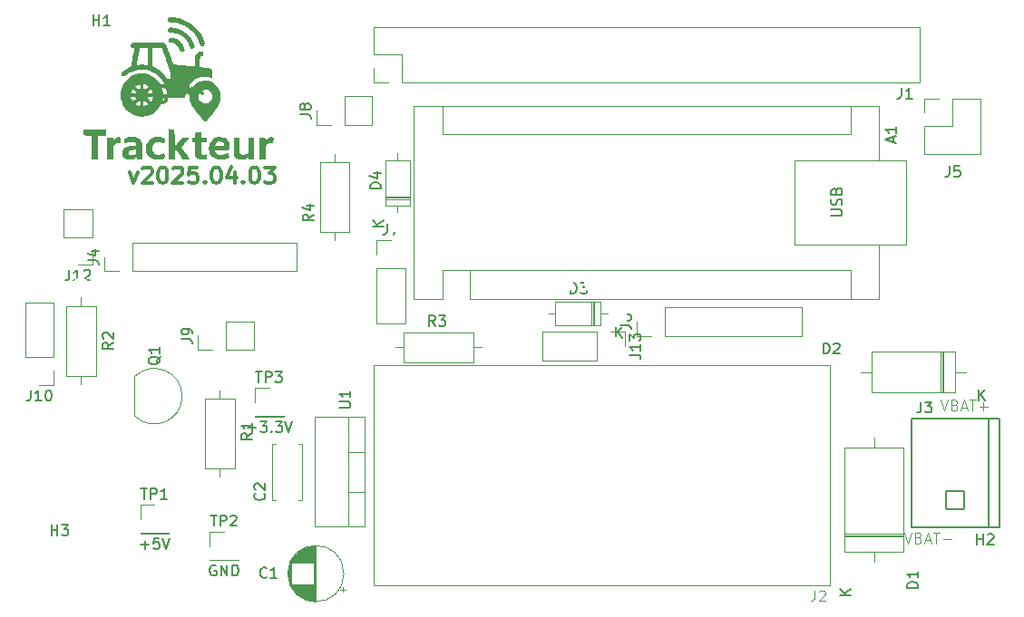
<source format=gbr>
G04 #@! TF.GenerationSoftware,KiCad,Pcbnew,7.0.11+dfsg-1build4*
G04 #@! TF.CreationDate,2025-04-23T22:41:42-04:00*
G04 #@! TF.ProjectId,trackteur_arduino_V1,74726163-6b74-4657-9572-5f6172647569,rev?*
G04 #@! TF.SameCoordinates,Original*
G04 #@! TF.FileFunction,Legend,Top*
G04 #@! TF.FilePolarity,Positive*
%FSLAX46Y46*%
G04 Gerber Fmt 4.6, Leading zero omitted, Abs format (unit mm)*
G04 Created by KiCad (PCBNEW 7.0.11+dfsg-1build4) date 2025-04-23 22:41:42*
%MOMM*%
%LPD*%
G01*
G04 APERTURE LIST*
G04 Aperture macros list*
%AMRoundRect*
0 Rectangle with rounded corners*
0 $1 Rounding radius*
0 $2 $3 $4 $5 $6 $7 $8 $9 X,Y pos of 4 corners*
0 Add a 4 corners polygon primitive as box body*
4,1,4,$2,$3,$4,$5,$6,$7,$8,$9,$2,$3,0*
0 Add four circle primitives for the rounded corners*
1,1,$1+$1,$2,$3*
1,1,$1+$1,$4,$5*
1,1,$1+$1,$6,$7*
1,1,$1+$1,$8,$9*
0 Add four rect primitives between the rounded corners*
20,1,$1+$1,$2,$3,$4,$5,0*
20,1,$1+$1,$4,$5,$6,$7,0*
20,1,$1+$1,$6,$7,$8,$9,0*
20,1,$1+$1,$8,$9,$2,$3,0*%
G04 Aperture macros list end*
%ADD10C,0.100000*%
%ADD11C,0.300000*%
%ADD12C,0.150000*%
%ADD13C,0.120000*%
%ADD14C,0.127000*%
%ADD15R,1.700000X1.700000*%
%ADD16R,1.600000X1.600000*%
%ADD17O,1.600000X1.600000*%
%ADD18R,2.000000X1.905000*%
%ADD19O,2.000000X1.905000*%
%ADD20R,3.200000X3.200000*%
%ADD21O,3.200000X3.200000*%
%ADD22C,2.700000*%
%ADD23O,1.700000X1.700000*%
%ADD24C,1.600000*%
%ADD25R,2.400000X2.400000*%
%ADD26O,2.400000X2.400000*%
%ADD27RoundRect,0.102000X0.825000X-0.825000X0.825000X0.825000X-0.825000X0.825000X-0.825000X-0.825000X0*%
%ADD28C,1.854000*%
%ADD29R,1.500000X1.050000*%
%ADD30O,1.500000X1.050000*%
%ADD31R,3.000000X3.000000*%
G04 APERTURE END LIST*
D10*
X239941027Y-89282419D02*
X240274360Y-90282419D01*
X240274360Y-90282419D02*
X240607693Y-89282419D01*
X241274360Y-89758609D02*
X241417217Y-89806228D01*
X241417217Y-89806228D02*
X241464836Y-89853847D01*
X241464836Y-89853847D02*
X241512455Y-89949085D01*
X241512455Y-89949085D02*
X241512455Y-90091942D01*
X241512455Y-90091942D02*
X241464836Y-90187180D01*
X241464836Y-90187180D02*
X241417217Y-90234800D01*
X241417217Y-90234800D02*
X241321979Y-90282419D01*
X241321979Y-90282419D02*
X240941027Y-90282419D01*
X240941027Y-90282419D02*
X240941027Y-89282419D01*
X240941027Y-89282419D02*
X241274360Y-89282419D01*
X241274360Y-89282419D02*
X241369598Y-89330038D01*
X241369598Y-89330038D02*
X241417217Y-89377657D01*
X241417217Y-89377657D02*
X241464836Y-89472895D01*
X241464836Y-89472895D02*
X241464836Y-89568133D01*
X241464836Y-89568133D02*
X241417217Y-89663371D01*
X241417217Y-89663371D02*
X241369598Y-89710990D01*
X241369598Y-89710990D02*
X241274360Y-89758609D01*
X241274360Y-89758609D02*
X240941027Y-89758609D01*
X241893408Y-89996704D02*
X242369598Y-89996704D01*
X241798170Y-90282419D02*
X242131503Y-89282419D01*
X242131503Y-89282419D02*
X242464836Y-90282419D01*
X242655313Y-89282419D02*
X243226741Y-89282419D01*
X242941027Y-90282419D02*
X242941027Y-89282419D01*
X243560075Y-89901466D02*
X244321980Y-89901466D01*
D11*
X167661653Y-55642028D02*
X168018796Y-56642028D01*
X168018796Y-56642028D02*
X168375939Y-55642028D01*
X168875939Y-55284885D02*
X168947367Y-55213457D01*
X168947367Y-55213457D02*
X169090225Y-55142028D01*
X169090225Y-55142028D02*
X169447367Y-55142028D01*
X169447367Y-55142028D02*
X169590225Y-55213457D01*
X169590225Y-55213457D02*
X169661653Y-55284885D01*
X169661653Y-55284885D02*
X169733082Y-55427742D01*
X169733082Y-55427742D02*
X169733082Y-55570600D01*
X169733082Y-55570600D02*
X169661653Y-55784885D01*
X169661653Y-55784885D02*
X168804510Y-56642028D01*
X168804510Y-56642028D02*
X169733082Y-56642028D01*
X170661653Y-55142028D02*
X170804510Y-55142028D01*
X170804510Y-55142028D02*
X170947367Y-55213457D01*
X170947367Y-55213457D02*
X171018796Y-55284885D01*
X171018796Y-55284885D02*
X171090224Y-55427742D01*
X171090224Y-55427742D02*
X171161653Y-55713457D01*
X171161653Y-55713457D02*
X171161653Y-56070600D01*
X171161653Y-56070600D02*
X171090224Y-56356314D01*
X171090224Y-56356314D02*
X171018796Y-56499171D01*
X171018796Y-56499171D02*
X170947367Y-56570600D01*
X170947367Y-56570600D02*
X170804510Y-56642028D01*
X170804510Y-56642028D02*
X170661653Y-56642028D01*
X170661653Y-56642028D02*
X170518796Y-56570600D01*
X170518796Y-56570600D02*
X170447367Y-56499171D01*
X170447367Y-56499171D02*
X170375938Y-56356314D01*
X170375938Y-56356314D02*
X170304510Y-56070600D01*
X170304510Y-56070600D02*
X170304510Y-55713457D01*
X170304510Y-55713457D02*
X170375938Y-55427742D01*
X170375938Y-55427742D02*
X170447367Y-55284885D01*
X170447367Y-55284885D02*
X170518796Y-55213457D01*
X170518796Y-55213457D02*
X170661653Y-55142028D01*
X171733081Y-55284885D02*
X171804509Y-55213457D01*
X171804509Y-55213457D02*
X171947367Y-55142028D01*
X171947367Y-55142028D02*
X172304509Y-55142028D01*
X172304509Y-55142028D02*
X172447367Y-55213457D01*
X172447367Y-55213457D02*
X172518795Y-55284885D01*
X172518795Y-55284885D02*
X172590224Y-55427742D01*
X172590224Y-55427742D02*
X172590224Y-55570600D01*
X172590224Y-55570600D02*
X172518795Y-55784885D01*
X172518795Y-55784885D02*
X171661652Y-56642028D01*
X171661652Y-56642028D02*
X172590224Y-56642028D01*
X173947366Y-55142028D02*
X173233080Y-55142028D01*
X173233080Y-55142028D02*
X173161652Y-55856314D01*
X173161652Y-55856314D02*
X173233080Y-55784885D01*
X173233080Y-55784885D02*
X173375938Y-55713457D01*
X173375938Y-55713457D02*
X173733080Y-55713457D01*
X173733080Y-55713457D02*
X173875938Y-55784885D01*
X173875938Y-55784885D02*
X173947366Y-55856314D01*
X173947366Y-55856314D02*
X174018795Y-55999171D01*
X174018795Y-55999171D02*
X174018795Y-56356314D01*
X174018795Y-56356314D02*
X173947366Y-56499171D01*
X173947366Y-56499171D02*
X173875938Y-56570600D01*
X173875938Y-56570600D02*
X173733080Y-56642028D01*
X173733080Y-56642028D02*
X173375938Y-56642028D01*
X173375938Y-56642028D02*
X173233080Y-56570600D01*
X173233080Y-56570600D02*
X173161652Y-56499171D01*
X174661651Y-56499171D02*
X174733080Y-56570600D01*
X174733080Y-56570600D02*
X174661651Y-56642028D01*
X174661651Y-56642028D02*
X174590223Y-56570600D01*
X174590223Y-56570600D02*
X174661651Y-56499171D01*
X174661651Y-56499171D02*
X174661651Y-56642028D01*
X175661652Y-55142028D02*
X175804509Y-55142028D01*
X175804509Y-55142028D02*
X175947366Y-55213457D01*
X175947366Y-55213457D02*
X176018795Y-55284885D01*
X176018795Y-55284885D02*
X176090223Y-55427742D01*
X176090223Y-55427742D02*
X176161652Y-55713457D01*
X176161652Y-55713457D02*
X176161652Y-56070600D01*
X176161652Y-56070600D02*
X176090223Y-56356314D01*
X176090223Y-56356314D02*
X176018795Y-56499171D01*
X176018795Y-56499171D02*
X175947366Y-56570600D01*
X175947366Y-56570600D02*
X175804509Y-56642028D01*
X175804509Y-56642028D02*
X175661652Y-56642028D01*
X175661652Y-56642028D02*
X175518795Y-56570600D01*
X175518795Y-56570600D02*
X175447366Y-56499171D01*
X175447366Y-56499171D02*
X175375937Y-56356314D01*
X175375937Y-56356314D02*
X175304509Y-56070600D01*
X175304509Y-56070600D02*
X175304509Y-55713457D01*
X175304509Y-55713457D02*
X175375937Y-55427742D01*
X175375937Y-55427742D02*
X175447366Y-55284885D01*
X175447366Y-55284885D02*
X175518795Y-55213457D01*
X175518795Y-55213457D02*
X175661652Y-55142028D01*
X177447366Y-55642028D02*
X177447366Y-56642028D01*
X177090223Y-55070600D02*
X176733080Y-56142028D01*
X176733080Y-56142028D02*
X177661651Y-56142028D01*
X178233079Y-56499171D02*
X178304508Y-56570600D01*
X178304508Y-56570600D02*
X178233079Y-56642028D01*
X178233079Y-56642028D02*
X178161651Y-56570600D01*
X178161651Y-56570600D02*
X178233079Y-56499171D01*
X178233079Y-56499171D02*
X178233079Y-56642028D01*
X179233080Y-55142028D02*
X179375937Y-55142028D01*
X179375937Y-55142028D02*
X179518794Y-55213457D01*
X179518794Y-55213457D02*
X179590223Y-55284885D01*
X179590223Y-55284885D02*
X179661651Y-55427742D01*
X179661651Y-55427742D02*
X179733080Y-55713457D01*
X179733080Y-55713457D02*
X179733080Y-56070600D01*
X179733080Y-56070600D02*
X179661651Y-56356314D01*
X179661651Y-56356314D02*
X179590223Y-56499171D01*
X179590223Y-56499171D02*
X179518794Y-56570600D01*
X179518794Y-56570600D02*
X179375937Y-56642028D01*
X179375937Y-56642028D02*
X179233080Y-56642028D01*
X179233080Y-56642028D02*
X179090223Y-56570600D01*
X179090223Y-56570600D02*
X179018794Y-56499171D01*
X179018794Y-56499171D02*
X178947365Y-56356314D01*
X178947365Y-56356314D02*
X178875937Y-56070600D01*
X178875937Y-56070600D02*
X178875937Y-55713457D01*
X178875937Y-55713457D02*
X178947365Y-55427742D01*
X178947365Y-55427742D02*
X179018794Y-55284885D01*
X179018794Y-55284885D02*
X179090223Y-55213457D01*
X179090223Y-55213457D02*
X179233080Y-55142028D01*
X180233079Y-55142028D02*
X181161651Y-55142028D01*
X181161651Y-55142028D02*
X180661651Y-55713457D01*
X180661651Y-55713457D02*
X180875936Y-55713457D01*
X180875936Y-55713457D02*
X181018794Y-55784885D01*
X181018794Y-55784885D02*
X181090222Y-55856314D01*
X181090222Y-55856314D02*
X181161651Y-55999171D01*
X181161651Y-55999171D02*
X181161651Y-56356314D01*
X181161651Y-56356314D02*
X181090222Y-56499171D01*
X181090222Y-56499171D02*
X181018794Y-56570600D01*
X181018794Y-56570600D02*
X180875936Y-56642028D01*
X180875936Y-56642028D02*
X180447365Y-56642028D01*
X180447365Y-56642028D02*
X180304508Y-56570600D01*
X180304508Y-56570600D02*
X180233079Y-56499171D01*
D10*
X243331027Y-76872419D02*
X243664360Y-77872419D01*
X243664360Y-77872419D02*
X243997693Y-76872419D01*
X244664360Y-77348609D02*
X244807217Y-77396228D01*
X244807217Y-77396228D02*
X244854836Y-77443847D01*
X244854836Y-77443847D02*
X244902455Y-77539085D01*
X244902455Y-77539085D02*
X244902455Y-77681942D01*
X244902455Y-77681942D02*
X244854836Y-77777180D01*
X244854836Y-77777180D02*
X244807217Y-77824800D01*
X244807217Y-77824800D02*
X244711979Y-77872419D01*
X244711979Y-77872419D02*
X244331027Y-77872419D01*
X244331027Y-77872419D02*
X244331027Y-76872419D01*
X244331027Y-76872419D02*
X244664360Y-76872419D01*
X244664360Y-76872419D02*
X244759598Y-76920038D01*
X244759598Y-76920038D02*
X244807217Y-76967657D01*
X244807217Y-76967657D02*
X244854836Y-77062895D01*
X244854836Y-77062895D02*
X244854836Y-77158133D01*
X244854836Y-77158133D02*
X244807217Y-77253371D01*
X244807217Y-77253371D02*
X244759598Y-77300990D01*
X244759598Y-77300990D02*
X244664360Y-77348609D01*
X244664360Y-77348609D02*
X244331027Y-77348609D01*
X245283408Y-77586704D02*
X245759598Y-77586704D01*
X245188170Y-77872419D02*
X245521503Y-76872419D01*
X245521503Y-76872419D02*
X245854836Y-77872419D01*
X246045313Y-76872419D02*
X246616741Y-76872419D01*
X246331027Y-77872419D02*
X246331027Y-76872419D01*
X246950075Y-77491466D02*
X247711980Y-77491466D01*
X247331027Y-77872419D02*
X247331027Y-77110514D01*
D12*
X175198095Y-87654819D02*
X175769523Y-87654819D01*
X175483809Y-88654819D02*
X175483809Y-87654819D01*
X176102857Y-88654819D02*
X176102857Y-87654819D01*
X176102857Y-87654819D02*
X176483809Y-87654819D01*
X176483809Y-87654819D02*
X176579047Y-87702438D01*
X176579047Y-87702438D02*
X176626666Y-87750057D01*
X176626666Y-87750057D02*
X176674285Y-87845295D01*
X176674285Y-87845295D02*
X176674285Y-87988152D01*
X176674285Y-87988152D02*
X176626666Y-88083390D01*
X176626666Y-88083390D02*
X176579047Y-88131009D01*
X176579047Y-88131009D02*
X176483809Y-88178628D01*
X176483809Y-88178628D02*
X176102857Y-88178628D01*
X177055238Y-87750057D02*
X177102857Y-87702438D01*
X177102857Y-87702438D02*
X177198095Y-87654819D01*
X177198095Y-87654819D02*
X177436190Y-87654819D01*
X177436190Y-87654819D02*
X177531428Y-87702438D01*
X177531428Y-87702438D02*
X177579047Y-87750057D01*
X177579047Y-87750057D02*
X177626666Y-87845295D01*
X177626666Y-87845295D02*
X177626666Y-87940533D01*
X177626666Y-87940533D02*
X177579047Y-88083390D01*
X177579047Y-88083390D02*
X177007619Y-88654819D01*
X177007619Y-88654819D02*
X177626666Y-88654819D01*
X175698095Y-92362438D02*
X175602857Y-92314819D01*
X175602857Y-92314819D02*
X175460000Y-92314819D01*
X175460000Y-92314819D02*
X175317143Y-92362438D01*
X175317143Y-92362438D02*
X175221905Y-92457676D01*
X175221905Y-92457676D02*
X175174286Y-92552914D01*
X175174286Y-92552914D02*
X175126667Y-92743390D01*
X175126667Y-92743390D02*
X175126667Y-92886247D01*
X175126667Y-92886247D02*
X175174286Y-93076723D01*
X175174286Y-93076723D02*
X175221905Y-93171961D01*
X175221905Y-93171961D02*
X175317143Y-93267200D01*
X175317143Y-93267200D02*
X175460000Y-93314819D01*
X175460000Y-93314819D02*
X175555238Y-93314819D01*
X175555238Y-93314819D02*
X175698095Y-93267200D01*
X175698095Y-93267200D02*
X175745714Y-93219580D01*
X175745714Y-93219580D02*
X175745714Y-92886247D01*
X175745714Y-92886247D02*
X175555238Y-92886247D01*
X176174286Y-93314819D02*
X176174286Y-92314819D01*
X176174286Y-92314819D02*
X176745714Y-93314819D01*
X176745714Y-93314819D02*
X176745714Y-92314819D01*
X177221905Y-93314819D02*
X177221905Y-92314819D01*
X177221905Y-92314819D02*
X177460000Y-92314819D01*
X177460000Y-92314819D02*
X177602857Y-92362438D01*
X177602857Y-92362438D02*
X177698095Y-92457676D01*
X177698095Y-92457676D02*
X177745714Y-92552914D01*
X177745714Y-92552914D02*
X177793333Y-92743390D01*
X177793333Y-92743390D02*
X177793333Y-92886247D01*
X177793333Y-92886247D02*
X177745714Y-93076723D01*
X177745714Y-93076723D02*
X177698095Y-93171961D01*
X177698095Y-93171961D02*
X177602857Y-93267200D01*
X177602857Y-93267200D02*
X177460000Y-93314819D01*
X177460000Y-93314819D02*
X177221905Y-93314819D01*
X191082819Y-57124894D02*
X190082819Y-57124894D01*
X190082819Y-57124894D02*
X190082819Y-56886799D01*
X190082819Y-56886799D02*
X190130438Y-56743942D01*
X190130438Y-56743942D02*
X190225676Y-56648704D01*
X190225676Y-56648704D02*
X190320914Y-56601085D01*
X190320914Y-56601085D02*
X190511390Y-56553466D01*
X190511390Y-56553466D02*
X190654247Y-56553466D01*
X190654247Y-56553466D02*
X190844723Y-56601085D01*
X190844723Y-56601085D02*
X190939961Y-56648704D01*
X190939961Y-56648704D02*
X191035200Y-56743942D01*
X191035200Y-56743942D02*
X191082819Y-56886799D01*
X191082819Y-56886799D02*
X191082819Y-57124894D01*
X190416152Y-55696323D02*
X191082819Y-55696323D01*
X190035200Y-55934418D02*
X190749485Y-56172513D01*
X190749485Y-56172513D02*
X190749485Y-55553466D01*
X191314819Y-60661904D02*
X190314819Y-60661904D01*
X191314819Y-60090476D02*
X190743390Y-60519047D01*
X190314819Y-60090476D02*
X190886247Y-60661904D01*
X179428095Y-74234819D02*
X179999523Y-74234819D01*
X179713809Y-75234819D02*
X179713809Y-74234819D01*
X180332857Y-75234819D02*
X180332857Y-74234819D01*
X180332857Y-74234819D02*
X180713809Y-74234819D01*
X180713809Y-74234819D02*
X180809047Y-74282438D01*
X180809047Y-74282438D02*
X180856666Y-74330057D01*
X180856666Y-74330057D02*
X180904285Y-74425295D01*
X180904285Y-74425295D02*
X180904285Y-74568152D01*
X180904285Y-74568152D02*
X180856666Y-74663390D01*
X180856666Y-74663390D02*
X180809047Y-74711009D01*
X180809047Y-74711009D02*
X180713809Y-74758628D01*
X180713809Y-74758628D02*
X180332857Y-74758628D01*
X181237619Y-74234819D02*
X181856666Y-74234819D01*
X181856666Y-74234819D02*
X181523333Y-74615771D01*
X181523333Y-74615771D02*
X181666190Y-74615771D01*
X181666190Y-74615771D02*
X181761428Y-74663390D01*
X181761428Y-74663390D02*
X181809047Y-74711009D01*
X181809047Y-74711009D02*
X181856666Y-74806247D01*
X181856666Y-74806247D02*
X181856666Y-75044342D01*
X181856666Y-75044342D02*
X181809047Y-75139580D01*
X181809047Y-75139580D02*
X181761428Y-75187200D01*
X181761428Y-75187200D02*
X181666190Y-75234819D01*
X181666190Y-75234819D02*
X181380476Y-75234819D01*
X181380476Y-75234819D02*
X181285238Y-75187200D01*
X181285238Y-75187200D02*
X181237619Y-75139580D01*
X178690000Y-79513866D02*
X179451905Y-79513866D01*
X179070952Y-79894819D02*
X179070952Y-79132914D01*
X179832857Y-78894819D02*
X180451904Y-78894819D01*
X180451904Y-78894819D02*
X180118571Y-79275771D01*
X180118571Y-79275771D02*
X180261428Y-79275771D01*
X180261428Y-79275771D02*
X180356666Y-79323390D01*
X180356666Y-79323390D02*
X180404285Y-79371009D01*
X180404285Y-79371009D02*
X180451904Y-79466247D01*
X180451904Y-79466247D02*
X180451904Y-79704342D01*
X180451904Y-79704342D02*
X180404285Y-79799580D01*
X180404285Y-79799580D02*
X180356666Y-79847200D01*
X180356666Y-79847200D02*
X180261428Y-79894819D01*
X180261428Y-79894819D02*
X179975714Y-79894819D01*
X179975714Y-79894819D02*
X179880476Y-79847200D01*
X179880476Y-79847200D02*
X179832857Y-79799580D01*
X180880476Y-79799580D02*
X180928095Y-79847200D01*
X180928095Y-79847200D02*
X180880476Y-79894819D01*
X180880476Y-79894819D02*
X180832857Y-79847200D01*
X180832857Y-79847200D02*
X180880476Y-79799580D01*
X180880476Y-79799580D02*
X180880476Y-79894819D01*
X181261428Y-78894819D02*
X181880475Y-78894819D01*
X181880475Y-78894819D02*
X181547142Y-79275771D01*
X181547142Y-79275771D02*
X181689999Y-79275771D01*
X181689999Y-79275771D02*
X181785237Y-79323390D01*
X181785237Y-79323390D02*
X181832856Y-79371009D01*
X181832856Y-79371009D02*
X181880475Y-79466247D01*
X181880475Y-79466247D02*
X181880475Y-79704342D01*
X181880475Y-79704342D02*
X181832856Y-79799580D01*
X181832856Y-79799580D02*
X181785237Y-79847200D01*
X181785237Y-79847200D02*
X181689999Y-79894819D01*
X181689999Y-79894819D02*
X181404285Y-79894819D01*
X181404285Y-79894819D02*
X181309047Y-79847200D01*
X181309047Y-79847200D02*
X181261428Y-79799580D01*
X182166190Y-78894819D02*
X182499523Y-79894819D01*
X182499523Y-79894819D02*
X182832856Y-78894819D01*
X187234819Y-77631904D02*
X188044342Y-77631904D01*
X188044342Y-77631904D02*
X188139580Y-77584285D01*
X188139580Y-77584285D02*
X188187200Y-77536666D01*
X188187200Y-77536666D02*
X188234819Y-77441428D01*
X188234819Y-77441428D02*
X188234819Y-77250952D01*
X188234819Y-77250952D02*
X188187200Y-77155714D01*
X188187200Y-77155714D02*
X188139580Y-77108095D01*
X188139580Y-77108095D02*
X188044342Y-77060476D01*
X188044342Y-77060476D02*
X187234819Y-77060476D01*
X188234819Y-76060476D02*
X188234819Y-76631904D01*
X188234819Y-76346190D02*
X187234819Y-76346190D01*
X187234819Y-76346190D02*
X187377676Y-76441428D01*
X187377676Y-76441428D02*
X187472914Y-76536666D01*
X187472914Y-76536666D02*
X187520533Y-76631904D01*
X241204019Y-94439694D02*
X240204019Y-94439694D01*
X240204019Y-94439694D02*
X240204019Y-94201599D01*
X240204019Y-94201599D02*
X240251638Y-94058742D01*
X240251638Y-94058742D02*
X240346876Y-93963504D01*
X240346876Y-93963504D02*
X240442114Y-93915885D01*
X240442114Y-93915885D02*
X240632590Y-93868266D01*
X240632590Y-93868266D02*
X240775447Y-93868266D01*
X240775447Y-93868266D02*
X240965923Y-93915885D01*
X240965923Y-93915885D02*
X241061161Y-93963504D01*
X241061161Y-93963504D02*
X241156400Y-94058742D01*
X241156400Y-94058742D02*
X241204019Y-94201599D01*
X241204019Y-94201599D02*
X241204019Y-94439694D01*
X241204019Y-92915885D02*
X241204019Y-93487313D01*
X241204019Y-93201599D02*
X240204019Y-93201599D01*
X240204019Y-93201599D02*
X240346876Y-93296837D01*
X240346876Y-93296837D02*
X240442114Y-93392075D01*
X240442114Y-93392075D02*
X240489733Y-93487313D01*
X234974819Y-95151904D02*
X233974819Y-95151904D01*
X234974819Y-94580476D02*
X234403390Y-95009047D01*
X233974819Y-94580476D02*
X234546247Y-95151904D01*
D11*
X170978500Y-47667167D02*
X170835643Y-47595738D01*
X170835643Y-47595738D02*
X170621357Y-47595738D01*
X170621357Y-47595738D02*
X170407071Y-47667167D01*
X170407071Y-47667167D02*
X170264214Y-47810024D01*
X170264214Y-47810024D02*
X170192785Y-47952881D01*
X170192785Y-47952881D02*
X170121357Y-48238595D01*
X170121357Y-48238595D02*
X170121357Y-48452881D01*
X170121357Y-48452881D02*
X170192785Y-48738595D01*
X170192785Y-48738595D02*
X170264214Y-48881452D01*
X170264214Y-48881452D02*
X170407071Y-49024310D01*
X170407071Y-49024310D02*
X170621357Y-49095738D01*
X170621357Y-49095738D02*
X170764214Y-49095738D01*
X170764214Y-49095738D02*
X170978500Y-49024310D01*
X170978500Y-49024310D02*
X171049928Y-48952881D01*
X171049928Y-48952881D02*
X171049928Y-48452881D01*
X171049928Y-48452881D02*
X170764214Y-48452881D01*
X171907071Y-47595738D02*
X171907071Y-47952881D01*
X171549928Y-47810024D02*
X171907071Y-47952881D01*
X171907071Y-47952881D02*
X172264214Y-47810024D01*
X171692785Y-48238595D02*
X171907071Y-47952881D01*
X171907071Y-47952881D02*
X172121357Y-48238595D01*
X173049928Y-47595738D02*
X173049928Y-47952881D01*
X172692785Y-47810024D02*
X173049928Y-47952881D01*
X173049928Y-47952881D02*
X173407071Y-47810024D01*
X172835642Y-48238595D02*
X173049928Y-47952881D01*
X173049928Y-47952881D02*
X173264214Y-48238595D01*
X174192785Y-47595738D02*
X174192785Y-47952881D01*
X173835642Y-47810024D02*
X174192785Y-47952881D01*
X174192785Y-47952881D02*
X174549928Y-47810024D01*
X173978499Y-48238595D02*
X174192785Y-47952881D01*
X174192785Y-47952881D02*
X174407071Y-48238595D01*
D12*
X164229695Y-41907619D02*
X164229695Y-40907619D01*
X164229695Y-41383809D02*
X164801123Y-41383809D01*
X164801123Y-41907619D02*
X164801123Y-40907619D01*
X165801123Y-41907619D02*
X165229695Y-41907619D01*
X165515409Y-41907619D02*
X165515409Y-40907619D01*
X165515409Y-40907619D02*
X165420171Y-41050476D01*
X165420171Y-41050476D02*
X165324933Y-41145714D01*
X165324933Y-41145714D02*
X165229695Y-41193333D01*
X158400476Y-75964819D02*
X158400476Y-76679104D01*
X158400476Y-76679104D02*
X158352857Y-76821961D01*
X158352857Y-76821961D02*
X158257619Y-76917200D01*
X158257619Y-76917200D02*
X158114762Y-76964819D01*
X158114762Y-76964819D02*
X158019524Y-76964819D01*
X159400476Y-76964819D02*
X158829048Y-76964819D01*
X159114762Y-76964819D02*
X159114762Y-75964819D01*
X159114762Y-75964819D02*
X159019524Y-76107676D01*
X159019524Y-76107676D02*
X158924286Y-76202914D01*
X158924286Y-76202914D02*
X158829048Y-76250533D01*
X160019524Y-75964819D02*
X160114762Y-75964819D01*
X160114762Y-75964819D02*
X160210000Y-76012438D01*
X160210000Y-76012438D02*
X160257619Y-76060057D01*
X160257619Y-76060057D02*
X160305238Y-76155295D01*
X160305238Y-76155295D02*
X160352857Y-76345771D01*
X160352857Y-76345771D02*
X160352857Y-76583866D01*
X160352857Y-76583866D02*
X160305238Y-76774342D01*
X160305238Y-76774342D02*
X160257619Y-76869580D01*
X160257619Y-76869580D02*
X160210000Y-76917200D01*
X160210000Y-76917200D02*
X160114762Y-76964819D01*
X160114762Y-76964819D02*
X160019524Y-76964819D01*
X160019524Y-76964819D02*
X159924286Y-76917200D01*
X159924286Y-76917200D02*
X159876667Y-76869580D01*
X159876667Y-76869580D02*
X159829048Y-76774342D01*
X159829048Y-76774342D02*
X159781429Y-76583866D01*
X159781429Y-76583866D02*
X159781429Y-76345771D01*
X159781429Y-76345771D02*
X159829048Y-76155295D01*
X159829048Y-76155295D02*
X159876667Y-76060057D01*
X159876667Y-76060057D02*
X159924286Y-76012438D01*
X159924286Y-76012438D02*
X160019524Y-75964819D01*
X166114819Y-71526666D02*
X165638628Y-71859999D01*
X166114819Y-72098094D02*
X165114819Y-72098094D01*
X165114819Y-72098094D02*
X165114819Y-71717142D01*
X165114819Y-71717142D02*
X165162438Y-71621904D01*
X165162438Y-71621904D02*
X165210057Y-71574285D01*
X165210057Y-71574285D02*
X165305295Y-71526666D01*
X165305295Y-71526666D02*
X165448152Y-71526666D01*
X165448152Y-71526666D02*
X165543390Y-71574285D01*
X165543390Y-71574285D02*
X165591009Y-71621904D01*
X165591009Y-71621904D02*
X165638628Y-71717142D01*
X165638628Y-71717142D02*
X165638628Y-72098094D01*
X165210057Y-71145713D02*
X165162438Y-71098094D01*
X165162438Y-71098094D02*
X165114819Y-71002856D01*
X165114819Y-71002856D02*
X165114819Y-70764761D01*
X165114819Y-70764761D02*
X165162438Y-70669523D01*
X165162438Y-70669523D02*
X165210057Y-70621904D01*
X165210057Y-70621904D02*
X165305295Y-70574285D01*
X165305295Y-70574285D02*
X165400533Y-70574285D01*
X165400533Y-70574285D02*
X165543390Y-70621904D01*
X165543390Y-70621904D02*
X166114819Y-71193332D01*
X166114819Y-71193332D02*
X166114819Y-70574285D01*
X214334819Y-72679523D02*
X215049104Y-72679523D01*
X215049104Y-72679523D02*
X215191961Y-72727142D01*
X215191961Y-72727142D02*
X215287200Y-72822380D01*
X215287200Y-72822380D02*
X215334819Y-72965237D01*
X215334819Y-72965237D02*
X215334819Y-73060475D01*
X215334819Y-71679523D02*
X215334819Y-72250951D01*
X215334819Y-71965237D02*
X214334819Y-71965237D01*
X214334819Y-71965237D02*
X214477676Y-72060475D01*
X214477676Y-72060475D02*
X214572914Y-72155713D01*
X214572914Y-72155713D02*
X214620533Y-72250951D01*
X214334819Y-71346189D02*
X214334819Y-70727142D01*
X214334819Y-70727142D02*
X214715771Y-71060475D01*
X214715771Y-71060475D02*
X214715771Y-70917618D01*
X214715771Y-70917618D02*
X214763390Y-70822380D01*
X214763390Y-70822380D02*
X214811009Y-70774761D01*
X214811009Y-70774761D02*
X214906247Y-70727142D01*
X214906247Y-70727142D02*
X215144342Y-70727142D01*
X215144342Y-70727142D02*
X215239580Y-70774761D01*
X215239580Y-70774761D02*
X215287200Y-70822380D01*
X215287200Y-70822380D02*
X215334819Y-70917618D01*
X215334819Y-70917618D02*
X215334819Y-71203332D01*
X215334819Y-71203332D02*
X215287200Y-71298570D01*
X215287200Y-71298570D02*
X215239580Y-71346189D01*
X208812705Y-66938019D02*
X208812705Y-65938019D01*
X208812705Y-65938019D02*
X209050800Y-65938019D01*
X209050800Y-65938019D02*
X209193657Y-65985638D01*
X209193657Y-65985638D02*
X209288895Y-66080876D01*
X209288895Y-66080876D02*
X209336514Y-66176114D01*
X209336514Y-66176114D02*
X209384133Y-66366590D01*
X209384133Y-66366590D02*
X209384133Y-66509447D01*
X209384133Y-66509447D02*
X209336514Y-66699923D01*
X209336514Y-66699923D02*
X209288895Y-66795161D01*
X209288895Y-66795161D02*
X209193657Y-66890400D01*
X209193657Y-66890400D02*
X209050800Y-66938019D01*
X209050800Y-66938019D02*
X208812705Y-66938019D01*
X209717467Y-65938019D02*
X210336514Y-65938019D01*
X210336514Y-65938019D02*
X210003181Y-66318971D01*
X210003181Y-66318971D02*
X210146038Y-66318971D01*
X210146038Y-66318971D02*
X210241276Y-66366590D01*
X210241276Y-66366590D02*
X210288895Y-66414209D01*
X210288895Y-66414209D02*
X210336514Y-66509447D01*
X210336514Y-66509447D02*
X210336514Y-66747542D01*
X210336514Y-66747542D02*
X210288895Y-66842780D01*
X210288895Y-66842780D02*
X210241276Y-66890400D01*
X210241276Y-66890400D02*
X210146038Y-66938019D01*
X210146038Y-66938019D02*
X209860324Y-66938019D01*
X209860324Y-66938019D02*
X209765086Y-66890400D01*
X209765086Y-66890400D02*
X209717467Y-66842780D01*
X213048095Y-71074819D02*
X213048095Y-70074819D01*
X213619523Y-71074819D02*
X213190952Y-70503390D01*
X213619523Y-70074819D02*
X213048095Y-70646247D01*
X232401905Y-72564819D02*
X232401905Y-71564819D01*
X232401905Y-71564819D02*
X232640000Y-71564819D01*
X232640000Y-71564819D02*
X232782857Y-71612438D01*
X232782857Y-71612438D02*
X232878095Y-71707676D01*
X232878095Y-71707676D02*
X232925714Y-71802914D01*
X232925714Y-71802914D02*
X232973333Y-71993390D01*
X232973333Y-71993390D02*
X232973333Y-72136247D01*
X232973333Y-72136247D02*
X232925714Y-72326723D01*
X232925714Y-72326723D02*
X232878095Y-72421961D01*
X232878095Y-72421961D02*
X232782857Y-72517200D01*
X232782857Y-72517200D02*
X232640000Y-72564819D01*
X232640000Y-72564819D02*
X232401905Y-72564819D01*
X233354286Y-71660057D02*
X233401905Y-71612438D01*
X233401905Y-71612438D02*
X233497143Y-71564819D01*
X233497143Y-71564819D02*
X233735238Y-71564819D01*
X233735238Y-71564819D02*
X233830476Y-71612438D01*
X233830476Y-71612438D02*
X233878095Y-71660057D01*
X233878095Y-71660057D02*
X233925714Y-71755295D01*
X233925714Y-71755295D02*
X233925714Y-71850533D01*
X233925714Y-71850533D02*
X233878095Y-71993390D01*
X233878095Y-71993390D02*
X233306667Y-72564819D01*
X233306667Y-72564819D02*
X233925714Y-72564819D01*
X246898095Y-76924819D02*
X246898095Y-75924819D01*
X247469523Y-76924819D02*
X247040952Y-76353390D01*
X247469523Y-75924819D02*
X246898095Y-76496247D01*
X241515987Y-77073724D02*
X241515987Y-77789466D01*
X241515987Y-77789466D02*
X241468271Y-77932614D01*
X241468271Y-77932614D02*
X241372839Y-78028047D01*
X241372839Y-78028047D02*
X241229690Y-78075763D01*
X241229690Y-78075763D02*
X241134258Y-78075763D01*
X241897716Y-77073724D02*
X242518026Y-77073724D01*
X242518026Y-77073724D02*
X242184013Y-77455453D01*
X242184013Y-77455453D02*
X242327161Y-77455453D01*
X242327161Y-77455453D02*
X242422594Y-77503169D01*
X242422594Y-77503169D02*
X242470310Y-77550885D01*
X242470310Y-77550885D02*
X242518026Y-77646317D01*
X242518026Y-77646317D02*
X242518026Y-77884898D01*
X242518026Y-77884898D02*
X242470310Y-77980330D01*
X242470310Y-77980330D02*
X242422594Y-78028047D01*
X242422594Y-78028047D02*
X242327161Y-78075763D01*
X242327161Y-78075763D02*
X242040864Y-78075763D01*
X242040864Y-78075763D02*
X241945432Y-78028047D01*
X241945432Y-78028047D02*
X241897716Y-77980330D01*
X213464819Y-69903333D02*
X214179104Y-69903333D01*
X214179104Y-69903333D02*
X214321961Y-69950952D01*
X214321961Y-69950952D02*
X214417200Y-70046190D01*
X214417200Y-70046190D02*
X214464819Y-70189047D01*
X214464819Y-70189047D02*
X214464819Y-70284285D01*
X213464819Y-68998571D02*
X213464819Y-69189047D01*
X213464819Y-69189047D02*
X213512438Y-69284285D01*
X213512438Y-69284285D02*
X213560057Y-69331904D01*
X213560057Y-69331904D02*
X213702914Y-69427142D01*
X213702914Y-69427142D02*
X213893390Y-69474761D01*
X213893390Y-69474761D02*
X214274342Y-69474761D01*
X214274342Y-69474761D02*
X214369580Y-69427142D01*
X214369580Y-69427142D02*
X214417200Y-69379523D01*
X214417200Y-69379523D02*
X214464819Y-69284285D01*
X214464819Y-69284285D02*
X214464819Y-69093809D01*
X214464819Y-69093809D02*
X214417200Y-68998571D01*
X214417200Y-68998571D02*
X214369580Y-68950952D01*
X214369580Y-68950952D02*
X214274342Y-68903333D01*
X214274342Y-68903333D02*
X214036247Y-68903333D01*
X214036247Y-68903333D02*
X213941009Y-68950952D01*
X213941009Y-68950952D02*
X213893390Y-68998571D01*
X213893390Y-68998571D02*
X213845771Y-69093809D01*
X213845771Y-69093809D02*
X213845771Y-69284285D01*
X213845771Y-69284285D02*
X213893390Y-69379523D01*
X213893390Y-69379523D02*
X213941009Y-69427142D01*
X213941009Y-69427142D02*
X214036247Y-69474761D01*
X180427333Y-93425180D02*
X180379714Y-93472800D01*
X180379714Y-93472800D02*
X180236857Y-93520419D01*
X180236857Y-93520419D02*
X180141619Y-93520419D01*
X180141619Y-93520419D02*
X179998762Y-93472800D01*
X179998762Y-93472800D02*
X179903524Y-93377561D01*
X179903524Y-93377561D02*
X179855905Y-93282323D01*
X179855905Y-93282323D02*
X179808286Y-93091847D01*
X179808286Y-93091847D02*
X179808286Y-92948990D01*
X179808286Y-92948990D02*
X179855905Y-92758514D01*
X179855905Y-92758514D02*
X179903524Y-92663276D01*
X179903524Y-92663276D02*
X179998762Y-92568038D01*
X179998762Y-92568038D02*
X180141619Y-92520419D01*
X180141619Y-92520419D02*
X180236857Y-92520419D01*
X180236857Y-92520419D02*
X180379714Y-92568038D01*
X180379714Y-92568038D02*
X180427333Y-92615657D01*
X181379714Y-93520419D02*
X180808286Y-93520419D01*
X181094000Y-93520419D02*
X181094000Y-92520419D01*
X181094000Y-92520419D02*
X180998762Y-92663276D01*
X180998762Y-92663276D02*
X180903524Y-92758514D01*
X180903524Y-92758514D02*
X180808286Y-92806133D01*
X172494819Y-71213333D02*
X173209104Y-71213333D01*
X173209104Y-71213333D02*
X173351961Y-71260952D01*
X173351961Y-71260952D02*
X173447200Y-71356190D01*
X173447200Y-71356190D02*
X173494819Y-71499047D01*
X173494819Y-71499047D02*
X173494819Y-71594285D01*
X173494819Y-70689523D02*
X173494819Y-70499047D01*
X173494819Y-70499047D02*
X173447200Y-70403809D01*
X173447200Y-70403809D02*
X173399580Y-70356190D01*
X173399580Y-70356190D02*
X173256723Y-70260952D01*
X173256723Y-70260952D02*
X173066247Y-70213333D01*
X173066247Y-70213333D02*
X172685295Y-70213333D01*
X172685295Y-70213333D02*
X172590057Y-70260952D01*
X172590057Y-70260952D02*
X172542438Y-70308571D01*
X172542438Y-70308571D02*
X172494819Y-70403809D01*
X172494819Y-70403809D02*
X172494819Y-70594285D01*
X172494819Y-70594285D02*
X172542438Y-70689523D01*
X172542438Y-70689523D02*
X172590057Y-70737142D01*
X172590057Y-70737142D02*
X172685295Y-70784761D01*
X172685295Y-70784761D02*
X172923390Y-70784761D01*
X172923390Y-70784761D02*
X173018628Y-70737142D01*
X173018628Y-70737142D02*
X173066247Y-70689523D01*
X173066247Y-70689523D02*
X173113866Y-70594285D01*
X173113866Y-70594285D02*
X173113866Y-70403809D01*
X173113866Y-70403809D02*
X173066247Y-70308571D01*
X173066247Y-70308571D02*
X173018628Y-70260952D01*
X173018628Y-70260952D02*
X172923390Y-70213333D01*
X179054819Y-79983466D02*
X178578628Y-80316799D01*
X179054819Y-80554894D02*
X178054819Y-80554894D01*
X178054819Y-80554894D02*
X178054819Y-80173942D01*
X178054819Y-80173942D02*
X178102438Y-80078704D01*
X178102438Y-80078704D02*
X178150057Y-80031085D01*
X178150057Y-80031085D02*
X178245295Y-79983466D01*
X178245295Y-79983466D02*
X178388152Y-79983466D01*
X178388152Y-79983466D02*
X178483390Y-80031085D01*
X178483390Y-80031085D02*
X178531009Y-80078704D01*
X178531009Y-80078704D02*
X178578628Y-80173942D01*
X178578628Y-80173942D02*
X178578628Y-80554894D01*
X179054819Y-79031085D02*
X179054819Y-79602513D01*
X179054819Y-79316799D02*
X178054819Y-79316799D01*
X178054819Y-79316799D02*
X178197676Y-79412037D01*
X178197676Y-79412037D02*
X178292914Y-79507275D01*
X178292914Y-79507275D02*
X178340533Y-79602513D01*
X191686666Y-60439819D02*
X191686666Y-61154104D01*
X191686666Y-61154104D02*
X191639047Y-61296961D01*
X191639047Y-61296961D02*
X191543809Y-61392200D01*
X191543809Y-61392200D02*
X191400952Y-61439819D01*
X191400952Y-61439819D02*
X191305714Y-61439819D01*
X192067619Y-60439819D02*
X192734285Y-60439819D01*
X192734285Y-60439819D02*
X192305714Y-61439819D01*
X160338095Y-89554819D02*
X160338095Y-88554819D01*
X160338095Y-89031009D02*
X160909523Y-89031009D01*
X160909523Y-89554819D02*
X160909523Y-88554819D01*
X161290476Y-88554819D02*
X161909523Y-88554819D01*
X161909523Y-88554819D02*
X161576190Y-88935771D01*
X161576190Y-88935771D02*
X161719047Y-88935771D01*
X161719047Y-88935771D02*
X161814285Y-88983390D01*
X161814285Y-88983390D02*
X161861904Y-89031009D01*
X161861904Y-89031009D02*
X161909523Y-89126247D01*
X161909523Y-89126247D02*
X161909523Y-89364342D01*
X161909523Y-89364342D02*
X161861904Y-89459580D01*
X161861904Y-89459580D02*
X161814285Y-89507200D01*
X161814285Y-89507200D02*
X161719047Y-89554819D01*
X161719047Y-89554819D02*
X161433333Y-89554819D01*
X161433333Y-89554819D02*
X161338095Y-89507200D01*
X161338095Y-89507200D02*
X161290476Y-89459580D01*
X170500057Y-72825238D02*
X170452438Y-72920476D01*
X170452438Y-72920476D02*
X170357200Y-73015714D01*
X170357200Y-73015714D02*
X170214342Y-73158571D01*
X170214342Y-73158571D02*
X170166723Y-73253809D01*
X170166723Y-73253809D02*
X170166723Y-73349047D01*
X170404819Y-73301428D02*
X170357200Y-73396666D01*
X170357200Y-73396666D02*
X170261961Y-73491904D01*
X170261961Y-73491904D02*
X170071485Y-73539523D01*
X170071485Y-73539523D02*
X169738152Y-73539523D01*
X169738152Y-73539523D02*
X169547676Y-73491904D01*
X169547676Y-73491904D02*
X169452438Y-73396666D01*
X169452438Y-73396666D02*
X169404819Y-73301428D01*
X169404819Y-73301428D02*
X169404819Y-73110952D01*
X169404819Y-73110952D02*
X169452438Y-73015714D01*
X169452438Y-73015714D02*
X169547676Y-72920476D01*
X169547676Y-72920476D02*
X169738152Y-72872857D01*
X169738152Y-72872857D02*
X170071485Y-72872857D01*
X170071485Y-72872857D02*
X170261961Y-72920476D01*
X170261961Y-72920476D02*
X170357200Y-73015714D01*
X170357200Y-73015714D02*
X170404819Y-73110952D01*
X170404819Y-73110952D02*
X170404819Y-73301428D01*
X170404819Y-71920476D02*
X170404819Y-72491904D01*
X170404819Y-72206190D02*
X169404819Y-72206190D01*
X169404819Y-72206190D02*
X169547676Y-72301428D01*
X169547676Y-72301428D02*
X169642914Y-72396666D01*
X169642914Y-72396666D02*
X169690533Y-72491904D01*
X162010476Y-64709819D02*
X162010476Y-65424104D01*
X162010476Y-65424104D02*
X161962857Y-65566961D01*
X161962857Y-65566961D02*
X161867619Y-65662200D01*
X161867619Y-65662200D02*
X161724762Y-65709819D01*
X161724762Y-65709819D02*
X161629524Y-65709819D01*
X163010476Y-65709819D02*
X162439048Y-65709819D01*
X162724762Y-65709819D02*
X162724762Y-64709819D01*
X162724762Y-64709819D02*
X162629524Y-64852676D01*
X162629524Y-64852676D02*
X162534286Y-64947914D01*
X162534286Y-64947914D02*
X162439048Y-64995533D01*
X163391429Y-64805057D02*
X163439048Y-64757438D01*
X163439048Y-64757438D02*
X163534286Y-64709819D01*
X163534286Y-64709819D02*
X163772381Y-64709819D01*
X163772381Y-64709819D02*
X163867619Y-64757438D01*
X163867619Y-64757438D02*
X163915238Y-64805057D01*
X163915238Y-64805057D02*
X163962857Y-64900295D01*
X163962857Y-64900295D02*
X163962857Y-64995533D01*
X163962857Y-64995533D02*
X163915238Y-65138390D01*
X163915238Y-65138390D02*
X163343810Y-65709819D01*
X163343810Y-65709819D02*
X163962857Y-65709819D01*
X163754819Y-63854533D02*
X164469104Y-63854533D01*
X164469104Y-63854533D02*
X164611961Y-63902152D01*
X164611961Y-63902152D02*
X164707200Y-63997390D01*
X164707200Y-63997390D02*
X164754819Y-64140247D01*
X164754819Y-64140247D02*
X164754819Y-64235485D01*
X164088152Y-62949771D02*
X164754819Y-62949771D01*
X163707200Y-63187866D02*
X164421485Y-63425961D01*
X164421485Y-63425961D02*
X164421485Y-62806914D01*
X183549819Y-50193333D02*
X184264104Y-50193333D01*
X184264104Y-50193333D02*
X184406961Y-50240952D01*
X184406961Y-50240952D02*
X184502200Y-50336190D01*
X184502200Y-50336190D02*
X184549819Y-50479047D01*
X184549819Y-50479047D02*
X184549819Y-50574285D01*
X183978390Y-49574285D02*
X183930771Y-49669523D01*
X183930771Y-49669523D02*
X183883152Y-49717142D01*
X183883152Y-49717142D02*
X183787914Y-49764761D01*
X183787914Y-49764761D02*
X183740295Y-49764761D01*
X183740295Y-49764761D02*
X183645057Y-49717142D01*
X183645057Y-49717142D02*
X183597438Y-49669523D01*
X183597438Y-49669523D02*
X183549819Y-49574285D01*
X183549819Y-49574285D02*
X183549819Y-49383809D01*
X183549819Y-49383809D02*
X183597438Y-49288571D01*
X183597438Y-49288571D02*
X183645057Y-49240952D01*
X183645057Y-49240952D02*
X183740295Y-49193333D01*
X183740295Y-49193333D02*
X183787914Y-49193333D01*
X183787914Y-49193333D02*
X183883152Y-49240952D01*
X183883152Y-49240952D02*
X183930771Y-49288571D01*
X183930771Y-49288571D02*
X183978390Y-49383809D01*
X183978390Y-49383809D02*
X183978390Y-49574285D01*
X183978390Y-49574285D02*
X184026009Y-49669523D01*
X184026009Y-49669523D02*
X184073628Y-49717142D01*
X184073628Y-49717142D02*
X184168866Y-49764761D01*
X184168866Y-49764761D02*
X184359342Y-49764761D01*
X184359342Y-49764761D02*
X184454580Y-49717142D01*
X184454580Y-49717142D02*
X184502200Y-49669523D01*
X184502200Y-49669523D02*
X184549819Y-49574285D01*
X184549819Y-49574285D02*
X184549819Y-49383809D01*
X184549819Y-49383809D02*
X184502200Y-49288571D01*
X184502200Y-49288571D02*
X184454580Y-49240952D01*
X184454580Y-49240952D02*
X184359342Y-49193333D01*
X184359342Y-49193333D02*
X184168866Y-49193333D01*
X184168866Y-49193333D02*
X184073628Y-49240952D01*
X184073628Y-49240952D02*
X184026009Y-49288571D01*
X184026009Y-49288571D02*
X183978390Y-49383809D01*
X168708095Y-85144819D02*
X169279523Y-85144819D01*
X168993809Y-86144819D02*
X168993809Y-85144819D01*
X169612857Y-86144819D02*
X169612857Y-85144819D01*
X169612857Y-85144819D02*
X169993809Y-85144819D01*
X169993809Y-85144819D02*
X170089047Y-85192438D01*
X170089047Y-85192438D02*
X170136666Y-85240057D01*
X170136666Y-85240057D02*
X170184285Y-85335295D01*
X170184285Y-85335295D02*
X170184285Y-85478152D01*
X170184285Y-85478152D02*
X170136666Y-85573390D01*
X170136666Y-85573390D02*
X170089047Y-85621009D01*
X170089047Y-85621009D02*
X169993809Y-85668628D01*
X169993809Y-85668628D02*
X169612857Y-85668628D01*
X171136666Y-86144819D02*
X170565238Y-86144819D01*
X170850952Y-86144819D02*
X170850952Y-85144819D01*
X170850952Y-85144819D02*
X170755714Y-85287676D01*
X170755714Y-85287676D02*
X170660476Y-85382914D01*
X170660476Y-85382914D02*
X170565238Y-85430533D01*
X168684286Y-90423866D02*
X169446191Y-90423866D01*
X169065238Y-90804819D02*
X169065238Y-90042914D01*
X170398571Y-89804819D02*
X169922381Y-89804819D01*
X169922381Y-89804819D02*
X169874762Y-90281009D01*
X169874762Y-90281009D02*
X169922381Y-90233390D01*
X169922381Y-90233390D02*
X170017619Y-90185771D01*
X170017619Y-90185771D02*
X170255714Y-90185771D01*
X170255714Y-90185771D02*
X170350952Y-90233390D01*
X170350952Y-90233390D02*
X170398571Y-90281009D01*
X170398571Y-90281009D02*
X170446190Y-90376247D01*
X170446190Y-90376247D02*
X170446190Y-90614342D01*
X170446190Y-90614342D02*
X170398571Y-90709580D01*
X170398571Y-90709580D02*
X170350952Y-90757200D01*
X170350952Y-90757200D02*
X170255714Y-90804819D01*
X170255714Y-90804819D02*
X170017619Y-90804819D01*
X170017619Y-90804819D02*
X169922381Y-90757200D01*
X169922381Y-90757200D02*
X169874762Y-90709580D01*
X170731905Y-89804819D02*
X171065238Y-90804819D01*
X171065238Y-90804819D02*
X171398571Y-89804819D01*
X246728895Y-90410019D02*
X246728895Y-89410019D01*
X246728895Y-89886209D02*
X247300323Y-89886209D01*
X247300323Y-90410019D02*
X247300323Y-89410019D01*
X247728895Y-89505257D02*
X247776514Y-89457638D01*
X247776514Y-89457638D02*
X247871752Y-89410019D01*
X247871752Y-89410019D02*
X248109847Y-89410019D01*
X248109847Y-89410019D02*
X248205085Y-89457638D01*
X248205085Y-89457638D02*
X248252704Y-89505257D01*
X248252704Y-89505257D02*
X248300323Y-89600495D01*
X248300323Y-89600495D02*
X248300323Y-89695733D01*
X248300323Y-89695733D02*
X248252704Y-89838590D01*
X248252704Y-89838590D02*
X247681276Y-90410019D01*
X247681276Y-90410019D02*
X248300323Y-90410019D01*
X184806419Y-59549866D02*
X184330228Y-59883199D01*
X184806419Y-60121294D02*
X183806419Y-60121294D01*
X183806419Y-60121294D02*
X183806419Y-59740342D01*
X183806419Y-59740342D02*
X183854038Y-59645104D01*
X183854038Y-59645104D02*
X183901657Y-59597485D01*
X183901657Y-59597485D02*
X183996895Y-59549866D01*
X183996895Y-59549866D02*
X184139752Y-59549866D01*
X184139752Y-59549866D02*
X184234990Y-59597485D01*
X184234990Y-59597485D02*
X184282609Y-59645104D01*
X184282609Y-59645104D02*
X184330228Y-59740342D01*
X184330228Y-59740342D02*
X184330228Y-60121294D01*
X184139752Y-58692723D02*
X184806419Y-58692723D01*
X183758800Y-58930818D02*
X184473085Y-59168913D01*
X184473085Y-59168913D02*
X184473085Y-58549866D01*
X180189580Y-85626441D02*
X180237200Y-85674060D01*
X180237200Y-85674060D02*
X180284819Y-85816917D01*
X180284819Y-85816917D02*
X180284819Y-85912155D01*
X180284819Y-85912155D02*
X180237200Y-86055012D01*
X180237200Y-86055012D02*
X180141961Y-86150250D01*
X180141961Y-86150250D02*
X180046723Y-86197869D01*
X180046723Y-86197869D02*
X179856247Y-86245488D01*
X179856247Y-86245488D02*
X179713390Y-86245488D01*
X179713390Y-86245488D02*
X179522914Y-86197869D01*
X179522914Y-86197869D02*
X179427676Y-86150250D01*
X179427676Y-86150250D02*
X179332438Y-86055012D01*
X179332438Y-86055012D02*
X179284819Y-85912155D01*
X179284819Y-85912155D02*
X179284819Y-85816917D01*
X179284819Y-85816917D02*
X179332438Y-85674060D01*
X179332438Y-85674060D02*
X179380057Y-85626441D01*
X179380057Y-85245488D02*
X179332438Y-85197869D01*
X179332438Y-85197869D02*
X179284819Y-85102631D01*
X179284819Y-85102631D02*
X179284819Y-84864536D01*
X179284819Y-84864536D02*
X179332438Y-84769298D01*
X179332438Y-84769298D02*
X179380057Y-84721679D01*
X179380057Y-84721679D02*
X179475295Y-84674060D01*
X179475295Y-84674060D02*
X179570533Y-84674060D01*
X179570533Y-84674060D02*
X179713390Y-84721679D01*
X179713390Y-84721679D02*
X180284819Y-85293107D01*
X180284819Y-85293107D02*
X180284819Y-84674060D01*
D10*
X231576666Y-94687419D02*
X231576666Y-95401704D01*
X231576666Y-95401704D02*
X231529047Y-95544561D01*
X231529047Y-95544561D02*
X231433809Y-95639800D01*
X231433809Y-95639800D02*
X231290952Y-95687419D01*
X231290952Y-95687419D02*
X231195714Y-95687419D01*
X232005238Y-94782657D02*
X232052857Y-94735038D01*
X232052857Y-94735038D02*
X232148095Y-94687419D01*
X232148095Y-94687419D02*
X232386190Y-94687419D01*
X232386190Y-94687419D02*
X232481428Y-94735038D01*
X232481428Y-94735038D02*
X232529047Y-94782657D01*
X232529047Y-94782657D02*
X232576666Y-94877895D01*
X232576666Y-94877895D02*
X232576666Y-94973133D01*
X232576666Y-94973133D02*
X232529047Y-95115990D01*
X232529047Y-95115990D02*
X231957619Y-95687419D01*
X231957619Y-95687419D02*
X232576666Y-95687419D01*
D12*
X239696666Y-47714819D02*
X239696666Y-48429104D01*
X239696666Y-48429104D02*
X239649047Y-48571961D01*
X239649047Y-48571961D02*
X239553809Y-48667200D01*
X239553809Y-48667200D02*
X239410952Y-48714819D01*
X239410952Y-48714819D02*
X239315714Y-48714819D01*
X240696666Y-48714819D02*
X240125238Y-48714819D01*
X240410952Y-48714819D02*
X240410952Y-47714819D01*
X240410952Y-47714819D02*
X240315714Y-47857676D01*
X240315714Y-47857676D02*
X240220476Y-47952914D01*
X240220476Y-47952914D02*
X240125238Y-48000533D01*
X244167066Y-55030019D02*
X244167066Y-55744304D01*
X244167066Y-55744304D02*
X244119447Y-55887161D01*
X244119447Y-55887161D02*
X244024209Y-55982400D01*
X244024209Y-55982400D02*
X243881352Y-56030019D01*
X243881352Y-56030019D02*
X243786114Y-56030019D01*
X245119447Y-55030019D02*
X244643257Y-55030019D01*
X244643257Y-55030019D02*
X244595638Y-55506209D01*
X244595638Y-55506209D02*
X244643257Y-55458590D01*
X244643257Y-55458590D02*
X244738495Y-55410971D01*
X244738495Y-55410971D02*
X244976590Y-55410971D01*
X244976590Y-55410971D02*
X245071828Y-55458590D01*
X245071828Y-55458590D02*
X245119447Y-55506209D01*
X245119447Y-55506209D02*
X245167066Y-55601447D01*
X245167066Y-55601447D02*
X245167066Y-55839542D01*
X245167066Y-55839542D02*
X245119447Y-55934780D01*
X245119447Y-55934780D02*
X245071828Y-55982400D01*
X245071828Y-55982400D02*
X244976590Y-56030019D01*
X244976590Y-56030019D02*
X244738495Y-56030019D01*
X244738495Y-56030019D02*
X244643257Y-55982400D01*
X244643257Y-55982400D02*
X244595638Y-55934780D01*
X196160933Y-69986419D02*
X195827600Y-69510228D01*
X195589505Y-69986419D02*
X195589505Y-68986419D01*
X195589505Y-68986419D02*
X195970457Y-68986419D01*
X195970457Y-68986419D02*
X196065695Y-69034038D01*
X196065695Y-69034038D02*
X196113314Y-69081657D01*
X196113314Y-69081657D02*
X196160933Y-69176895D01*
X196160933Y-69176895D02*
X196160933Y-69319752D01*
X196160933Y-69319752D02*
X196113314Y-69414990D01*
X196113314Y-69414990D02*
X196065695Y-69462609D01*
X196065695Y-69462609D02*
X195970457Y-69510228D01*
X195970457Y-69510228D02*
X195589505Y-69510228D01*
X196494267Y-68986419D02*
X197113314Y-68986419D01*
X197113314Y-68986419D02*
X196779981Y-69367371D01*
X196779981Y-69367371D02*
X196922838Y-69367371D01*
X196922838Y-69367371D02*
X197018076Y-69414990D01*
X197018076Y-69414990D02*
X197065695Y-69462609D01*
X197065695Y-69462609D02*
X197113314Y-69557847D01*
X197113314Y-69557847D02*
X197113314Y-69795942D01*
X197113314Y-69795942D02*
X197065695Y-69891180D01*
X197065695Y-69891180D02*
X197018076Y-69938800D01*
X197018076Y-69938800D02*
X196922838Y-69986419D01*
X196922838Y-69986419D02*
X196637124Y-69986419D01*
X196637124Y-69986419D02*
X196541886Y-69938800D01*
X196541886Y-69938800D02*
X196494267Y-69891180D01*
X238929104Y-52784285D02*
X238929104Y-52308095D01*
X239214819Y-52879523D02*
X238214819Y-52546190D01*
X238214819Y-52546190D02*
X239214819Y-52212857D01*
X239214819Y-51355714D02*
X239214819Y-51927142D01*
X239214819Y-51641428D02*
X238214819Y-51641428D01*
X238214819Y-51641428D02*
X238357676Y-51736666D01*
X238357676Y-51736666D02*
X238452914Y-51831904D01*
X238452914Y-51831904D02*
X238500533Y-51927142D01*
X233134819Y-59681904D02*
X233944342Y-59681904D01*
X233944342Y-59681904D02*
X234039580Y-59634285D01*
X234039580Y-59634285D02*
X234087200Y-59586666D01*
X234087200Y-59586666D02*
X234134819Y-59491428D01*
X234134819Y-59491428D02*
X234134819Y-59300952D01*
X234134819Y-59300952D02*
X234087200Y-59205714D01*
X234087200Y-59205714D02*
X234039580Y-59158095D01*
X234039580Y-59158095D02*
X233944342Y-59110476D01*
X233944342Y-59110476D02*
X233134819Y-59110476D01*
X234087200Y-58681904D02*
X234134819Y-58539047D01*
X234134819Y-58539047D02*
X234134819Y-58300952D01*
X234134819Y-58300952D02*
X234087200Y-58205714D01*
X234087200Y-58205714D02*
X234039580Y-58158095D01*
X234039580Y-58158095D02*
X233944342Y-58110476D01*
X233944342Y-58110476D02*
X233849104Y-58110476D01*
X233849104Y-58110476D02*
X233753866Y-58158095D01*
X233753866Y-58158095D02*
X233706247Y-58205714D01*
X233706247Y-58205714D02*
X233658628Y-58300952D01*
X233658628Y-58300952D02*
X233611009Y-58491428D01*
X233611009Y-58491428D02*
X233563390Y-58586666D01*
X233563390Y-58586666D02*
X233515771Y-58634285D01*
X233515771Y-58634285D02*
X233420533Y-58681904D01*
X233420533Y-58681904D02*
X233325295Y-58681904D01*
X233325295Y-58681904D02*
X233230057Y-58634285D01*
X233230057Y-58634285D02*
X233182438Y-58586666D01*
X233182438Y-58586666D02*
X233134819Y-58491428D01*
X233134819Y-58491428D02*
X233134819Y-58253333D01*
X233134819Y-58253333D02*
X233182438Y-58110476D01*
X233611009Y-57348571D02*
X233658628Y-57205714D01*
X233658628Y-57205714D02*
X233706247Y-57158095D01*
X233706247Y-57158095D02*
X233801485Y-57110476D01*
X233801485Y-57110476D02*
X233944342Y-57110476D01*
X233944342Y-57110476D02*
X234039580Y-57158095D01*
X234039580Y-57158095D02*
X234087200Y-57205714D01*
X234087200Y-57205714D02*
X234134819Y-57300952D01*
X234134819Y-57300952D02*
X234134819Y-57681904D01*
X234134819Y-57681904D02*
X233134819Y-57681904D01*
X233134819Y-57681904D02*
X233134819Y-57348571D01*
X233134819Y-57348571D02*
X233182438Y-57253333D01*
X233182438Y-57253333D02*
X233230057Y-57205714D01*
X233230057Y-57205714D02*
X233325295Y-57158095D01*
X233325295Y-57158095D02*
X233420533Y-57158095D01*
X233420533Y-57158095D02*
X233515771Y-57205714D01*
X233515771Y-57205714D02*
X233563390Y-57253333D01*
X233563390Y-57253333D02*
X233611009Y-57348571D01*
X233611009Y-57348571D02*
X233611009Y-57681904D01*
D13*
X175130000Y-89200000D02*
X176460000Y-89200000D01*
X175130000Y-90530000D02*
X175130000Y-89200000D01*
X175130000Y-91800000D02*
X175130000Y-91860000D01*
X175130000Y-91800000D02*
X177790000Y-91800000D01*
X175130000Y-91860000D02*
X177790000Y-91860000D01*
X177790000Y-91800000D02*
X177790000Y-91860000D01*
X192660000Y-59360000D02*
X192660000Y-58710000D01*
X191540000Y-58710000D02*
X193780000Y-58710000D01*
X193780000Y-58710000D02*
X193780000Y-54470000D01*
X191540000Y-58110000D02*
X193780000Y-58110000D01*
X191540000Y-57990000D02*
X193780000Y-57990000D01*
X191540000Y-57870000D02*
X193780000Y-57870000D01*
X191540000Y-54470000D02*
X191540000Y-58710000D01*
X193780000Y-54470000D02*
X191540000Y-54470000D01*
X192660000Y-53820000D02*
X192660000Y-54470000D01*
X179360000Y-75780000D02*
X180690000Y-75780000D01*
X179360000Y-77110000D02*
X179360000Y-75780000D01*
X179360000Y-78380000D02*
X179360000Y-78440000D01*
X179360000Y-78380000D02*
X182020000Y-78380000D01*
X179360000Y-78440000D02*
X182020000Y-78440000D01*
X182020000Y-78380000D02*
X182020000Y-78440000D01*
X189560000Y-78490000D02*
X184919000Y-78490000D01*
X189560000Y-78490000D02*
X189560000Y-88730000D01*
X188050000Y-78490000D02*
X188050000Y-88730000D01*
X184919000Y-78490000D02*
X184919000Y-88730000D01*
X189560000Y-81760000D02*
X188050000Y-81760000D01*
X189560000Y-85461000D02*
X188050000Y-85461000D01*
X189560000Y-88730000D02*
X184919000Y-88730000D01*
X237120000Y-91970000D02*
X237120000Y-91060000D01*
X234400000Y-91060000D02*
X239840000Y-91060000D01*
X239840000Y-91060000D02*
X239840000Y-81320000D01*
X234400000Y-89635000D02*
X239840000Y-89635000D01*
X234400000Y-89515000D02*
X239840000Y-89515000D01*
X234400000Y-89395000D02*
X239840000Y-89395000D01*
X234400000Y-81320000D02*
X234400000Y-91060000D01*
X239840000Y-81320000D02*
X234400000Y-81320000D01*
X237120000Y-80410000D02*
X237120000Y-81320000D01*
G36*
X165423448Y-51920118D02*
G01*
X165423448Y-52177986D01*
X165058135Y-52177986D01*
X164692822Y-52177986D01*
X164692822Y-53284669D01*
X164692822Y-54391353D01*
X164402720Y-54391353D01*
X164112619Y-54391353D01*
X164112619Y-53285177D01*
X164112619Y-52179001D01*
X163741933Y-52173121D01*
X163371248Y-52167241D01*
X163353569Y-51985537D01*
X163346826Y-51891732D01*
X163344777Y-51805680D01*
X163347692Y-51742949D01*
X163349171Y-51733041D01*
X163362451Y-51662250D01*
X164392949Y-51662250D01*
X165423448Y-51662250D01*
X165423448Y-51920118D01*
G37*
G36*
X171685026Y-43062427D02*
G01*
X171824889Y-43097583D01*
X171969500Y-43148719D01*
X172063549Y-43190486D01*
X172188840Y-43264948D01*
X172318636Y-43365859D01*
X172442299Y-43482985D01*
X172549191Y-43606092D01*
X172628674Y-43724946D01*
X172638474Y-43743552D01*
X172686295Y-43848892D01*
X172727226Y-43958265D01*
X172757123Y-44058961D01*
X172771846Y-44138272D01*
X172772686Y-44155405D01*
X172753071Y-44223232D01*
X172701674Y-44282456D01*
X172629664Y-44325920D01*
X172548213Y-44346466D01*
X172482585Y-44341288D01*
X172428121Y-44316688D01*
X172383866Y-44269780D01*
X172343591Y-44192595D01*
X172320984Y-44134645D01*
X172236368Y-43953556D01*
X172124502Y-43803666D01*
X171983527Y-43683465D01*
X171811586Y-43591443D01*
X171606821Y-43526088D01*
X171559573Y-43515631D01*
X171474141Y-43498088D01*
X171406515Y-43484372D01*
X171366326Y-43476427D01*
X171359469Y-43475222D01*
X171339815Y-43456428D01*
X171314275Y-43411348D01*
X171289574Y-43354783D01*
X171272438Y-43301533D01*
X171268537Y-43275100D01*
X171282163Y-43199318D01*
X171317044Y-43126251D01*
X171363900Y-43074064D01*
X171374711Y-43067286D01*
X171451858Y-43045834D01*
X171557990Y-43044696D01*
X171685026Y-43062427D01*
G37*
G36*
X166735773Y-52330821D02*
G01*
X166785810Y-52342519D01*
X166816953Y-52370197D01*
X166833220Y-52420550D01*
X166838630Y-52500272D01*
X166837199Y-52616055D01*
X166837128Y-52618791D01*
X166830977Y-52854889D01*
X166708267Y-52847745D01*
X166560873Y-52855200D01*
X166422579Y-52892249D01*
X166301919Y-52954872D01*
X166207431Y-53039051D01*
X166163721Y-53104136D01*
X166154240Y-53130285D01*
X166146795Y-53170953D01*
X166141172Y-53230797D01*
X166137155Y-53314473D01*
X166134529Y-53426636D01*
X166133079Y-53571944D01*
X166132589Y-53755052D01*
X166132585Y-53777849D01*
X166132585Y-54391353D01*
X165852553Y-54391353D01*
X165727085Y-54390042D01*
X165640080Y-54385835D01*
X165587098Y-54378322D01*
X165563697Y-54367091D01*
X165562224Y-54364492D01*
X165560237Y-54338095D01*
X165558615Y-54273118D01*
X165557379Y-54173958D01*
X165556550Y-54045012D01*
X165556147Y-53890675D01*
X165556190Y-53715346D01*
X165556701Y-53523419D01*
X165557526Y-53349136D01*
X165563126Y-52360642D01*
X165825001Y-52354619D01*
X166086876Y-52348597D01*
X166101335Y-52495331D01*
X166115794Y-52642066D01*
X166247751Y-52511163D01*
X166347372Y-52422792D01*
X166440370Y-52366749D01*
X166539940Y-52337226D01*
X166659273Y-52328414D01*
X166662824Y-52328409D01*
X166735773Y-52330821D01*
G37*
G36*
X171505565Y-42085990D02*
G01*
X171609804Y-42094331D01*
X171630988Y-42096226D01*
X171949274Y-42145845D01*
X172254407Y-42235094D01*
X172543061Y-42362191D01*
X172811912Y-42525356D01*
X173057633Y-42722809D01*
X173276901Y-42952767D01*
X173313001Y-42997094D01*
X173422299Y-43146487D01*
X173517758Y-43300321D01*
X173596898Y-43452607D01*
X173657242Y-43597353D01*
X173696311Y-43728569D01*
X173711626Y-43840264D01*
X173700708Y-43926448D01*
X173699213Y-43930552D01*
X173655453Y-43990572D01*
X173585188Y-44032635D01*
X173502357Y-44053197D01*
X173420900Y-44048718D01*
X173356895Y-44017537D01*
X173328981Y-43980504D01*
X173293290Y-43915168D01*
X173256307Y-43833768D01*
X173245918Y-43808020D01*
X173121092Y-43545358D01*
X172962786Y-43307660D01*
X172773470Y-43097663D01*
X172555614Y-42918103D01*
X172311686Y-42771720D01*
X172310673Y-42771210D01*
X172201331Y-42718872D01*
X172098479Y-42676355D01*
X171993972Y-42641611D01*
X171879667Y-42612590D01*
X171747420Y-42587244D01*
X171589085Y-42563523D01*
X171396519Y-42539379D01*
X171382786Y-42537766D01*
X171282435Y-42509734D01*
X171211717Y-42454367D01*
X171174449Y-42374727D01*
X171173457Y-42369766D01*
X171174245Y-42270435D01*
X171212385Y-42184509D01*
X171283516Y-42120822D01*
X171300637Y-42111854D01*
X171339900Y-42095565D01*
X171380530Y-42086138D01*
X171432446Y-42083102D01*
X171505565Y-42085990D01*
G37*
G36*
X171657634Y-41139292D02*
G01*
X171841095Y-41159542D01*
X172028468Y-41188021D01*
X172207371Y-41223233D01*
X172288366Y-41242537D01*
X172646233Y-41354966D01*
X172984998Y-41503989D01*
X173302106Y-41687466D01*
X173594999Y-41903262D01*
X173861123Y-42149237D01*
X174097921Y-42423254D01*
X174302838Y-42723176D01*
X174473317Y-43046863D01*
X174489922Y-43083976D01*
X174534388Y-43194289D01*
X174577834Y-43317456D01*
X174612147Y-43430167D01*
X174617364Y-43450051D01*
X174639045Y-43540624D01*
X174649403Y-43601946D01*
X174649170Y-43646021D01*
X174639075Y-43684851D01*
X174632642Y-43701120D01*
X174581680Y-43773828D01*
X174507470Y-43820569D01*
X174422008Y-43838013D01*
X174337287Y-43822836D01*
X174290842Y-43795938D01*
X174254062Y-43753973D01*
X174219214Y-43684530D01*
X174182814Y-43580474D01*
X174178058Y-43564931D01*
X174073333Y-43286764D01*
X173929684Y-43011717D01*
X173751056Y-42745997D01*
X173541393Y-42495809D01*
X173421131Y-42373641D01*
X173193665Y-42175213D01*
X172958268Y-42011997D01*
X172704074Y-41877347D01*
X172432909Y-41769008D01*
X172253127Y-41712280D01*
X172074022Y-41668836D01*
X171882408Y-41636099D01*
X171665098Y-41611496D01*
X171595379Y-41605514D01*
X171454930Y-41591640D01*
X171351020Y-41574437D01*
X171277222Y-41551582D01*
X171227110Y-41520749D01*
X171194256Y-41479612D01*
X171183068Y-41456345D01*
X171167238Y-41372712D01*
X171181530Y-41287317D01*
X171220305Y-41211072D01*
X171277926Y-41154888D01*
X171348754Y-41129678D01*
X171351970Y-41129457D01*
X171490465Y-41128765D01*
X171657634Y-41139292D01*
G37*
G36*
X180981290Y-52334442D02*
G01*
X181018219Y-52348944D01*
X181037423Y-52363555D01*
X181058209Y-52385170D01*
X181070415Y-52411284D01*
X181075223Y-52451539D01*
X181073815Y-52515579D01*
X181067609Y-52609810D01*
X181059730Y-52701199D01*
X181050915Y-52776996D01*
X181042521Y-52826522D01*
X181038524Y-52838778D01*
X181008493Y-52850793D01*
X180944095Y-52853087D01*
X180898495Y-52850136D01*
X180745248Y-52854496D01*
X180610709Y-52897387D01*
X180493787Y-52979193D01*
X180472382Y-53000297D01*
X180419811Y-53058622D01*
X180377595Y-53112031D01*
X180360814Y-53138206D01*
X180352321Y-53178081D01*
X180345675Y-53260851D01*
X180340875Y-53386472D01*
X180337924Y-53554901D01*
X180336823Y-53766093D01*
X180336815Y-53788248D01*
X180336815Y-54391353D01*
X180056784Y-54391353D01*
X179931315Y-54390042D01*
X179844311Y-54385835D01*
X179791329Y-54378322D01*
X179767927Y-54367091D01*
X179766454Y-54364492D01*
X179764467Y-54338095D01*
X179762845Y-54273118D01*
X179761610Y-54173958D01*
X179760780Y-54045012D01*
X179760377Y-53890675D01*
X179760421Y-53715346D01*
X179760931Y-53523419D01*
X179761756Y-53349136D01*
X179767356Y-52360642D01*
X180023515Y-52354556D01*
X180142200Y-52353107D01*
X180223533Y-52355660D01*
X180272991Y-52362645D01*
X180296051Y-52374491D01*
X180297171Y-52376045D01*
X180306698Y-52411423D01*
X180313189Y-52474302D01*
X180314997Y-52531100D01*
X180315326Y-52658581D01*
X180428143Y-52538897D01*
X180522620Y-52447895D01*
X180609865Y-52388018D01*
X180703198Y-52352645D01*
X180815937Y-52335153D01*
X180841807Y-52333229D01*
X180926621Y-52329845D01*
X180981290Y-52334442D01*
G37*
G36*
X177908678Y-53010684D02*
G01*
X177909393Y-53182512D01*
X177911362Y-53341977D01*
X177914419Y-53483286D01*
X177918395Y-53600649D01*
X177923121Y-53688272D01*
X177928432Y-53740364D01*
X177930031Y-53747904D01*
X177960340Y-53813922D01*
X178007514Y-53877709D01*
X178016587Y-53886921D01*
X178058567Y-53921730D01*
X178103240Y-53942138D01*
X178165394Y-53953068D01*
X178229651Y-53957853D01*
X178357826Y-53957187D01*
X178459642Y-53935640D01*
X178548519Y-53888609D01*
X178628050Y-53821158D01*
X178725140Y-53726797D01*
X178725140Y-53038347D01*
X178725140Y-52349898D01*
X179004497Y-52349898D01*
X179283854Y-52349898D01*
X179283854Y-53370625D01*
X179283854Y-54391353D01*
X179017928Y-54391353D01*
X178752001Y-54391353D01*
X178738570Y-54324200D01*
X178728671Y-54257263D01*
X178725140Y-54203559D01*
X178723576Y-54174017D01*
X178713758Y-54167719D01*
X178687995Y-54187057D01*
X178644556Y-54228611D01*
X178577493Y-54283737D01*
X178494213Y-54338725D01*
X178446052Y-54365014D01*
X178382344Y-54393224D01*
X178321351Y-54411249D01*
X178249359Y-54421696D01*
X178152655Y-54427171D01*
X178112973Y-54428331D01*
X177982020Y-54427673D01*
X177876415Y-54419034D01*
X177811857Y-54405436D01*
X177659940Y-54338865D01*
X177540328Y-54247745D01*
X177446830Y-54126636D01*
X177405837Y-54048621D01*
X177394104Y-54021434D01*
X177384534Y-53992583D01*
X177376860Y-53957477D01*
X177370819Y-53911530D01*
X177366145Y-53850152D01*
X177362574Y-53768755D01*
X177359841Y-53662751D01*
X177357681Y-53527551D01*
X177355831Y-53358568D01*
X177354024Y-53151213D01*
X177354017Y-53150363D01*
X177347446Y-52349898D01*
X177628002Y-52349898D01*
X177908558Y-52349898D01*
X177908678Y-53010684D01*
G37*
G36*
X171563930Y-51581024D02*
G01*
X171837915Y-51587038D01*
X171843552Y-52376759D01*
X171845285Y-52556188D01*
X171847751Y-52721321D01*
X171850812Y-52867412D01*
X171854332Y-52989715D01*
X171858172Y-53083484D01*
X171862196Y-53143974D01*
X171866264Y-53166439D01*
X171866440Y-53166480D01*
X171884235Y-53150499D01*
X171925089Y-53105585D01*
X171985110Y-53036282D01*
X172060403Y-52947133D01*
X172147076Y-52842681D01*
X172215372Y-52759285D01*
X172547052Y-52352090D01*
X172874759Y-52350994D01*
X173012242Y-52351943D01*
X173114298Y-52355721D01*
X173178487Y-52362171D01*
X173202367Y-52371139D01*
X173202466Y-52371837D01*
X173188896Y-52393896D01*
X173150982Y-52442984D01*
X173092919Y-52513998D01*
X173018904Y-52601833D01*
X172933132Y-52701384D01*
X172906605Y-52731778D01*
X172812137Y-52839871D01*
X172722146Y-52943155D01*
X172642382Y-53035006D01*
X172578599Y-53108797D01*
X172536546Y-53157903D01*
X172532466Y-53162734D01*
X172454188Y-53255689D01*
X172849816Y-53801616D01*
X172947088Y-53936516D01*
X173035682Y-54060677D01*
X173112558Y-54169736D01*
X173174675Y-54259329D01*
X173218992Y-54325091D01*
X173242469Y-54362659D01*
X173245444Y-54369448D01*
X173224419Y-54378561D01*
X173163080Y-54385278D01*
X173064036Y-54389428D01*
X172929894Y-54390842D01*
X172917737Y-54390831D01*
X172590030Y-54390310D01*
X172272252Y-53933521D01*
X172183476Y-53806334D01*
X172100126Y-53687720D01*
X172026155Y-53583238D01*
X171965513Y-53498449D01*
X171922152Y-53438914D01*
X171902340Y-53412934D01*
X171850205Y-53349136D01*
X171849432Y-53870245D01*
X171848659Y-54391353D01*
X171569302Y-54391353D01*
X171289945Y-54391353D01*
X171289945Y-52983181D01*
X171289945Y-51575010D01*
X171563930Y-51581024D01*
G37*
G36*
X174319895Y-52092030D02*
G01*
X174319895Y-52349898D01*
X174600314Y-52349898D01*
X174880733Y-52349898D01*
X174877626Y-52462715D01*
X174873281Y-52553717D01*
X174866068Y-52647945D01*
X174863051Y-52677605D01*
X174851583Y-52779678D01*
X174585739Y-52779678D01*
X174319895Y-52779678D01*
X174319895Y-53274615D01*
X174320691Y-53455649D01*
X174323628Y-53598754D01*
X174329524Y-53708963D01*
X174339199Y-53791303D01*
X174353473Y-53850806D01*
X174373165Y-53892501D01*
X174399096Y-53921418D01*
X174428438Y-53940672D01*
X174476363Y-53952392D01*
X174551528Y-53956480D01*
X174638961Y-53953396D01*
X174723693Y-53943599D01*
X174784251Y-53929752D01*
X174816974Y-53926280D01*
X174834912Y-53950221D01*
X174843346Y-53984034D01*
X174850589Y-54042086D01*
X174855578Y-54123818D01*
X174857120Y-54198031D01*
X174855964Y-54271523D01*
X174847397Y-54320368D01*
X174823772Y-54352567D01*
X174777442Y-54376119D01*
X174700759Y-54399026D01*
X174652974Y-54411605D01*
X174579467Y-54423367D01*
X174479114Y-54429933D01*
X174367741Y-54431235D01*
X174261173Y-54427206D01*
X174175235Y-54417779D01*
X174155116Y-54413717D01*
X174020476Y-54361289D01*
X173911634Y-54275559D01*
X173832614Y-54160375D01*
X173771925Y-54036784D01*
X173764858Y-53409138D01*
X173757791Y-52781492D01*
X173603690Y-52775213D01*
X173449590Y-52768933D01*
X173449590Y-52564788D01*
X173449590Y-52360642D01*
X173605385Y-52354329D01*
X173761180Y-52348015D01*
X173761180Y-52145567D01*
X173762307Y-52048365D01*
X173766679Y-51985461D01*
X173775783Y-51948213D01*
X173791109Y-51927977D01*
X173799574Y-51922571D01*
X173841521Y-51907930D01*
X173913365Y-51890007D01*
X174002409Y-51871252D01*
X174095956Y-51854115D01*
X174181309Y-51841047D01*
X174245771Y-51834495D01*
X174257801Y-51834162D01*
X174319895Y-51834162D01*
X174319895Y-52092030D01*
G37*
G36*
X170544125Y-52335602D02*
G01*
X170728296Y-52383645D01*
X170834157Y-52427214D01*
X170898228Y-52460757D01*
X170930943Y-52486662D01*
X170940571Y-52513941D01*
X170937732Y-52540108D01*
X170930355Y-52590034D01*
X170921422Y-52666324D01*
X170912861Y-52752502D01*
X170912825Y-52752901D01*
X170902331Y-52844610D01*
X170888958Y-52898969D01*
X170869488Y-52921607D01*
X170840708Y-52918152D01*
X170823434Y-52909337D01*
X170690333Y-52848763D01*
X170538481Y-52806043D01*
X170381818Y-52783388D01*
X170234286Y-52783012D01*
X170133694Y-52799832D01*
X170036983Y-52843736D01*
X169940849Y-52917680D01*
X169858216Y-53010540D01*
X169821765Y-53068313D01*
X169799746Y-53116089D01*
X169785781Y-53167549D01*
X169778173Y-53234041D01*
X169775227Y-53326912D01*
X169774971Y-53381370D01*
X169776353Y-53490157D01*
X169781617Y-53567290D01*
X169792441Y-53624035D01*
X169810502Y-53671659D01*
X169821353Y-53692960D01*
X169909134Y-53814081D01*
X170023517Y-53907305D01*
X170059161Y-53927159D01*
X170170937Y-53963886D01*
X170307300Y-53978040D01*
X170456699Y-53970311D01*
X170607584Y-53941387D01*
X170748402Y-53891958D01*
X170763120Y-53885137D01*
X170824242Y-53859646D01*
X170869032Y-53847674D01*
X170884022Y-53849486D01*
X170893425Y-53877699D01*
X170904444Y-53936050D01*
X170915580Y-54012172D01*
X170925332Y-54093698D01*
X170932200Y-54168263D01*
X170934684Y-54223500D01*
X170932149Y-54246153D01*
X170899120Y-54273425D01*
X170835251Y-54306885D01*
X170751324Y-54342023D01*
X170658123Y-54374325D01*
X170566432Y-54399281D01*
X170565822Y-54399419D01*
X170428233Y-54421323D01*
X170274112Y-54431072D01*
X170119613Y-54428649D01*
X169980891Y-54414035D01*
X169914649Y-54400131D01*
X169725430Y-54332661D01*
X169564799Y-54236978D01*
X169464138Y-54149592D01*
X169350800Y-54020965D01*
X169268667Y-53889027D01*
X169213256Y-53743385D01*
X169180085Y-53573648D01*
X169169760Y-53467152D01*
X169173853Y-53251412D01*
X169215386Y-53048093D01*
X169291497Y-52861277D01*
X169399326Y-52695048D01*
X169536011Y-52553489D01*
X169698690Y-52440683D01*
X169884503Y-52360713D01*
X169959627Y-52340008D01*
X170146064Y-52312415D01*
X170345472Y-52311403D01*
X170544125Y-52335602D01*
G37*
G36*
X175016840Y-47082187D02*
G01*
X175237357Y-47153100D01*
X175443807Y-47257772D01*
X175632291Y-47393902D01*
X175798907Y-47559193D01*
X175939756Y-47751346D01*
X176050938Y-47968064D01*
X176116436Y-48159542D01*
X176142775Y-48302743D01*
X176152988Y-48480753D01*
X176153114Y-48524855D01*
X176148042Y-48667757D01*
X176133161Y-48803345D01*
X176106517Y-48935288D01*
X176066155Y-49067252D01*
X176010123Y-49202906D01*
X175936466Y-49345918D01*
X175843231Y-49499956D01*
X175728465Y-49668688D01*
X175590213Y-49855780D01*
X175426522Y-50064902D01*
X175235439Y-50299721D01*
X175157966Y-50393177D01*
X175039204Y-50535554D01*
X174944552Y-50648109D01*
X174870875Y-50734255D01*
X174815033Y-50797407D01*
X174773891Y-50840979D01*
X174744310Y-50868384D01*
X174723153Y-50883036D01*
X174707283Y-50888349D01*
X174702647Y-50888635D01*
X174678247Y-50872831D01*
X174630714Y-50828390D01*
X174564322Y-50759781D01*
X174483347Y-50671472D01*
X174392064Y-50567930D01*
X174358287Y-50528705D01*
X174166280Y-50303159D01*
X174000799Y-50105752D01*
X173859342Y-49932923D01*
X173739410Y-49781117D01*
X173638502Y-49646776D01*
X173554117Y-49526341D01*
X173483754Y-49416254D01*
X173424913Y-49312959D01*
X173375092Y-49212898D01*
X173331793Y-49112512D01*
X173295514Y-49016666D01*
X173258603Y-48878513D01*
X173234585Y-48715172D01*
X173224249Y-48542079D01*
X173225334Y-48498156D01*
X174047498Y-48498156D01*
X174062534Y-48650765D01*
X174113248Y-48794369D01*
X174196045Y-48922927D01*
X174307331Y-49030396D01*
X174443511Y-49110736D01*
X174550568Y-49147309D01*
X174648691Y-49159118D01*
X174768299Y-49154518D01*
X174891604Y-49134560D01*
X174929513Y-49124940D01*
X175003478Y-49089173D01*
X175091854Y-49021340D01*
X175136357Y-48979781D01*
X175245696Y-48847207D01*
X175317679Y-48703613D01*
X175349834Y-48554355D01*
X175351367Y-48514111D01*
X175331309Y-48373035D01*
X175274966Y-48232295D01*
X175188085Y-48101196D01*
X175076413Y-47989042D01*
X174989799Y-47928670D01*
X174920866Y-47895250D01*
X174844466Y-47875108D01*
X174744087Y-47864112D01*
X174727622Y-47863094D01*
X174635117Y-47859845D01*
X174567273Y-47864897D01*
X174506110Y-47881195D01*
X174435074Y-47911033D01*
X174302456Y-47985767D01*
X174202350Y-48077048D01*
X174127788Y-48193150D01*
X174071803Y-48342348D01*
X174071735Y-48342582D01*
X174047498Y-48498156D01*
X173225334Y-48498156D01*
X173228383Y-48374672D01*
X173247779Y-48228390D01*
X173253860Y-48201817D01*
X173332055Y-47971817D01*
X173445487Y-47757125D01*
X173589696Y-47562418D01*
X173760221Y-47392370D01*
X173952599Y-47251659D01*
X174162371Y-47144959D01*
X174309892Y-47094972D01*
X174549208Y-47050824D01*
X174786157Y-47047328D01*
X175016840Y-47082187D01*
G37*
G36*
X167994892Y-52312226D02*
G01*
X168187624Y-52339148D01*
X168363269Y-52389572D01*
X168514947Y-52462537D01*
X168635524Y-52556823D01*
X168692167Y-52620494D01*
X168738930Y-52688719D01*
X168776628Y-52766032D01*
X168806077Y-52856970D01*
X168828092Y-52966068D01*
X168843489Y-53097862D01*
X168853083Y-53256888D01*
X168857690Y-53447682D01*
X168858125Y-53674779D01*
X168857181Y-53789661D01*
X168850944Y-54380608D01*
X168593076Y-54380608D01*
X168335208Y-54380608D01*
X168328662Y-54266350D01*
X168322117Y-54152092D01*
X168241015Y-54225363D01*
X168175609Y-54275798D01*
X168092268Y-54328774D01*
X168033386Y-54360538D01*
X167964078Y-54391430D01*
X167900113Y-54410819D01*
X167826486Y-54421768D01*
X167728190Y-54427336D01*
X167701998Y-54428136D01*
X167576873Y-54427523D01*
X167473904Y-54418880D01*
X167411180Y-54405599D01*
X167253887Y-54335524D01*
X167131196Y-54239974D01*
X167043070Y-54118917D01*
X167013496Y-54052971D01*
X166976069Y-53898292D01*
X166975843Y-53776810D01*
X167533086Y-53776810D01*
X167543937Y-53863987D01*
X167587626Y-53933233D01*
X167660108Y-53982144D01*
X167757337Y-54008315D01*
X167875270Y-54009341D01*
X168009862Y-53982817D01*
X168054375Y-53968611D01*
X168130446Y-53934312D01*
X168203614Y-53889713D01*
X168210170Y-53884846D01*
X168246422Y-53855160D01*
X168267683Y-53826758D01*
X168277951Y-53787474D01*
X168281220Y-53725143D01*
X168281485Y-53667729D01*
X168281485Y-53505007D01*
X168028989Y-53515128D01*
X167871361Y-53525583D01*
X167751184Y-53543822D01*
X167663361Y-53571571D01*
X167602794Y-53610555D01*
X167564386Y-53662498D01*
X167559116Y-53674110D01*
X167533086Y-53776810D01*
X166975843Y-53776810D01*
X166975779Y-53742618D01*
X167010437Y-53593662D01*
X167077855Y-53459141D01*
X167175843Y-53346768D01*
X167224663Y-53308670D01*
X167308856Y-53259432D01*
X167405170Y-53221921D01*
X167520383Y-53194748D01*
X167661269Y-53176525D01*
X167834605Y-53165863D01*
X167936003Y-53162925D01*
X168281461Y-53155735D01*
X168281440Y-53080524D01*
X168262167Y-52975735D01*
X168209696Y-52881906D01*
X168131958Y-52813166D01*
X168131062Y-52812642D01*
X168087823Y-52791704D01*
X168038436Y-52778823D01*
X167971770Y-52772408D01*
X167876690Y-52770863D01*
X167840961Y-52771111D01*
X167724781Y-52774693D01*
X167631097Y-52785013D01*
X167539754Y-52805506D01*
X167430600Y-52839607D01*
X167421925Y-52842540D01*
X167333505Y-52872220D01*
X167259863Y-52896354D01*
X167210799Y-52911762D01*
X167196825Y-52915575D01*
X167185530Y-52897432D01*
X167172296Y-52845573D01*
X167159155Y-52769078D01*
X167152343Y-52716715D01*
X167141750Y-52612163D01*
X167142471Y-52538700D01*
X167160424Y-52487740D01*
X167201526Y-52450695D01*
X167271696Y-52418977D01*
X167376851Y-52383998D01*
X167382953Y-52382066D01*
X167585678Y-52332726D01*
X167791951Y-52309766D01*
X167994892Y-52312226D01*
G37*
G36*
X176146460Y-52312440D02*
G01*
X176356082Y-52342416D01*
X176539368Y-52405523D01*
X176695382Y-52501121D01*
X176823187Y-52628570D01*
X176921847Y-52787228D01*
X176955359Y-52865634D01*
X176969903Y-52925495D01*
X176981653Y-53013776D01*
X176990168Y-53119134D01*
X176995006Y-53230225D01*
X176995725Y-53335707D01*
X176991884Y-53424238D01*
X176983041Y-53484474D01*
X176979833Y-53494187D01*
X176972767Y-53504761D01*
X176958206Y-53513155D01*
X176931633Y-53519619D01*
X176888530Y-53524400D01*
X176824382Y-53527748D01*
X176734670Y-53529913D01*
X176614879Y-53531142D01*
X176460492Y-53531685D01*
X176297557Y-53531793D01*
X176110939Y-53531865D01*
X175962846Y-53532276D01*
X175848826Y-53533317D01*
X175764426Y-53535280D01*
X175705194Y-53538457D01*
X175666678Y-53543138D01*
X175644425Y-53549617D01*
X175633983Y-53558183D01*
X175630898Y-53569129D01*
X175630724Y-53575461D01*
X175643371Y-53642075D01*
X175675648Y-53722260D01*
X175719059Y-53797088D01*
X175744567Y-53829065D01*
X175835242Y-53902157D01*
X175950177Y-53950185D01*
X176095515Y-53975476D01*
X176139132Y-53978620D01*
X176315100Y-53975096D01*
X176494889Y-53948136D01*
X176661894Y-53900918D01*
X176756479Y-53860489D01*
X176812481Y-53833805D01*
X176850540Y-53824699D01*
X176875840Y-53838501D01*
X176893564Y-53880541D01*
X176908894Y-53956148D01*
X176920561Y-54029238D01*
X176933109Y-54123994D01*
X176935251Y-54185044D01*
X176927060Y-54220360D01*
X176922380Y-54227395D01*
X176879544Y-54259997D01*
X176805579Y-54297825D01*
X176711248Y-54336515D01*
X176607316Y-54371703D01*
X176504546Y-54399025D01*
X176492694Y-54401590D01*
X176379984Y-54418348D01*
X176243392Y-54428278D01*
X176098618Y-54431150D01*
X175961364Y-54426736D01*
X175847332Y-54414807D01*
X175827548Y-54411275D01*
X175663882Y-54360857D01*
X175503134Y-54278345D01*
X175361343Y-54172566D01*
X175318618Y-54131111D01*
X175207378Y-53993291D01*
X175127752Y-53843313D01*
X175077268Y-53674219D01*
X175053456Y-53479052D01*
X175050776Y-53377107D01*
X175068675Y-53149580D01*
X175080028Y-53105414D01*
X175631609Y-53105414D01*
X175649779Y-53124692D01*
X175691187Y-53136435D01*
X175760339Y-53142500D01*
X175861742Y-53144742D01*
X175999902Y-53145016D01*
X176062895Y-53144991D01*
X176495067Y-53144991D01*
X176480330Y-53064407D01*
X176439361Y-52935345D01*
X176369667Y-52838220D01*
X176271545Y-52773272D01*
X176145292Y-52740738D01*
X176072212Y-52736700D01*
X175932370Y-52752730D01*
X175819087Y-52801917D01*
X175729699Y-52885904D01*
X175671464Y-52983823D01*
X175646958Y-53036836D01*
X175632171Y-53076747D01*
X175631609Y-53105414D01*
X175080028Y-53105414D01*
X175121406Y-52944442D01*
X175206644Y-52763953D01*
X175322064Y-52610372D01*
X175465340Y-52485959D01*
X175634148Y-52392971D01*
X175826162Y-52333669D01*
X176039059Y-52310312D01*
X176146460Y-52312440D01*
G37*
G36*
X168902033Y-46365699D02*
G01*
X169164337Y-46403898D01*
X169421274Y-46477465D01*
X169668915Y-46585808D01*
X169903329Y-46728334D01*
X170120588Y-46904448D01*
X170316761Y-47113558D01*
X170331014Y-47131179D01*
X170496735Y-47371081D01*
X170625637Y-47628395D01*
X170716675Y-47898626D01*
X170768801Y-48177279D01*
X170780971Y-48459859D01*
X170752138Y-48741874D01*
X170730394Y-48847190D01*
X170645290Y-49117632D01*
X170523113Y-49372816D01*
X170367559Y-49608903D01*
X170182323Y-49822058D01*
X169971104Y-50008441D01*
X169737597Y-50164214D01*
X169485498Y-50285542D01*
X169279564Y-50353468D01*
X169118112Y-50385399D01*
X168932217Y-50404333D01*
X168737616Y-50409889D01*
X168550048Y-50401685D01*
X168385252Y-50379338D01*
X168367441Y-50375620D01*
X168103836Y-50300455D01*
X167864139Y-50193871D01*
X167641119Y-50052002D01*
X167433166Y-49876341D01*
X167238122Y-49661698D01*
X167074910Y-49419623D01*
X167068237Y-49405904D01*
X168947644Y-49405904D01*
X169009175Y-49405904D01*
X169057150Y-49396267D01*
X169128865Y-49370730D01*
X169210541Y-49334351D01*
X169228624Y-49325321D01*
X169301994Y-49285686D01*
X169358361Y-49251083D01*
X169388331Y-49227426D01*
X169390791Y-49223248D01*
X169377618Y-49200449D01*
X169338758Y-49157113D01*
X169281161Y-49100667D01*
X169245684Y-49068215D01*
X169096329Y-48934671D01*
X169021986Y-48970122D01*
X168947644Y-49005573D01*
X168947644Y-49205739D01*
X168947644Y-49405904D01*
X167068237Y-49405904D01*
X166982520Y-49229669D01*
X168168046Y-49229669D01*
X168251627Y-49282175D01*
X168336964Y-49328209D01*
X168432037Y-49367945D01*
X168520616Y-49395295D01*
X168576959Y-49404208D01*
X168599607Y-49402907D01*
X168613774Y-49391690D01*
X168621431Y-49362486D01*
X168624550Y-49307225D01*
X168625100Y-49217835D01*
X168625091Y-49207131D01*
X168624872Y-49008358D01*
X168544507Y-48974833D01*
X168464142Y-48941307D01*
X168316094Y-49085488D01*
X168168046Y-49229669D01*
X166982520Y-49229669D01*
X166945537Y-49153631D01*
X166852009Y-48867232D01*
X166848272Y-48852290D01*
X166824378Y-48714243D01*
X166813862Y-48578578D01*
X167765822Y-48578578D01*
X167774690Y-48629619D01*
X167797601Y-48700425D01*
X167829890Y-48780900D01*
X167866896Y-48860951D01*
X167903956Y-48930482D01*
X167936408Y-48979400D01*
X167959375Y-48997613D01*
X167978536Y-48983303D01*
X168020409Y-48944866D01*
X168077802Y-48889041D01*
X168114173Y-48852563D01*
X168180334Y-48784856D01*
X168220802Y-48739291D01*
X168240084Y-48707426D01*
X168241603Y-48691874D01*
X169343139Y-48691874D01*
X169357621Y-48721605D01*
X169391908Y-48762728D01*
X169450576Y-48823426D01*
X169475141Y-48848215D01*
X169550926Y-48922045D01*
X169605249Y-48963219D01*
X169645849Y-48970616D01*
X169680465Y-48943114D01*
X169716835Y-48879593D01*
X169749558Y-48808448D01*
X169781566Y-48732482D01*
X169807482Y-48663405D01*
X169818780Y-48626928D01*
X169833352Y-48567833D01*
X169607995Y-48567833D01*
X169382638Y-48567833D01*
X169355291Y-48633857D01*
X169343887Y-48665352D01*
X169343139Y-48691874D01*
X168241603Y-48691874D01*
X168242682Y-48680820D01*
X168233102Y-48651032D01*
X168228066Y-48639135D01*
X168198834Y-48570759D01*
X167982245Y-48563924D01*
X167877584Y-48562668D01*
X167805007Y-48566221D01*
X167768992Y-48574281D01*
X167765822Y-48578578D01*
X166813862Y-48578578D01*
X166811539Y-48548615D01*
X166809575Y-48369312D01*
X166816659Y-48224009D01*
X167746577Y-48224009D01*
X167979111Y-48224009D01*
X168211646Y-48224009D01*
X168225434Y-48155069D01*
X168229465Y-48120305D01*
X168228247Y-48114878D01*
X169348210Y-48114878D01*
X169357708Y-48146768D01*
X169360550Y-48154341D01*
X169386847Y-48224009D01*
X169605507Y-48224009D01*
X169824167Y-48224009D01*
X169806964Y-48147731D01*
X169787558Y-48085472D01*
X169756821Y-48011055D01*
X169720583Y-47936112D01*
X169684676Y-47872273D01*
X169654931Y-47831172D01*
X169644029Y-47822719D01*
X169618597Y-47832449D01*
X169571087Y-47866439D01*
X169509730Y-47918475D01*
X169476805Y-47948962D01*
X169409966Y-48013335D01*
X169369488Y-48056732D01*
X169350520Y-48087723D01*
X169348210Y-48114878D01*
X168228247Y-48114878D01*
X168222393Y-48088797D01*
X168199019Y-48051992D01*
X168154140Y-48001336D01*
X168095433Y-47941231D01*
X168031791Y-47879885D01*
X167978638Y-47833813D01*
X167943403Y-47809192D01*
X167934163Y-47807136D01*
X167905935Y-47839089D01*
X167869675Y-47899477D01*
X167831555Y-47976171D01*
X167797744Y-48057040D01*
X167779488Y-48111192D01*
X167746577Y-48224009D01*
X166816659Y-48224009D01*
X166818306Y-48190235D01*
X166837549Y-48025288D01*
X166860503Y-47912419D01*
X166957489Y-47619205D01*
X166979162Y-47575157D01*
X168174443Y-47575157D01*
X168319292Y-47716545D01*
X168383093Y-47777810D01*
X168435001Y-47825762D01*
X168467716Y-47853754D01*
X168474886Y-47858234D01*
X168498454Y-47848290D01*
X168543273Y-47823288D01*
X168555470Y-47815954D01*
X168625309Y-47773372D01*
X168625309Y-47579655D01*
X168624586Y-47487661D01*
X168621213Y-47430468D01*
X168613389Y-47399908D01*
X168599310Y-47387811D01*
X168582557Y-47385938D01*
X168533276Y-47395298D01*
X168460270Y-47419519D01*
X168377508Y-47452811D01*
X168298957Y-47489384D01*
X168238585Y-47523451D01*
X168222592Y-47535132D01*
X168174443Y-47575157D01*
X166979162Y-47575157D01*
X167074907Y-47380566D01*
X168947644Y-47380566D01*
X168947644Y-47587398D01*
X168948483Y-47683740D01*
X168951938Y-47744885D01*
X168959415Y-47778595D01*
X168972322Y-47792634D01*
X168985250Y-47794913D01*
X169031787Y-47807995D01*
X169064569Y-47827146D01*
X169101402Y-47851506D01*
X169118912Y-47858696D01*
X169138575Y-47844403D01*
X169180760Y-47806087D01*
X169238084Y-47750592D01*
X169270600Y-47718053D01*
X169409658Y-47577410D01*
X169355935Y-47535643D01*
X169298984Y-47501256D01*
X169216310Y-47462755D01*
X169123827Y-47426675D01*
X169037450Y-47399551D01*
X169007294Y-47392496D01*
X168947644Y-47380566D01*
X167074907Y-47380566D01*
X167090300Y-47349281D01*
X167258203Y-47103748D01*
X167460466Y-46883711D01*
X167647549Y-46726008D01*
X167877742Y-46578461D01*
X168122217Y-46469251D01*
X168377043Y-46397782D01*
X168638292Y-46363463D01*
X168902033Y-46365699D01*
G37*
G36*
X169647025Y-43475237D02*
G01*
X169885006Y-43476097D01*
X170104545Y-43477474D01*
X170302212Y-43479321D01*
X170474580Y-43481593D01*
X170618219Y-43484242D01*
X170729701Y-43487222D01*
X170805599Y-43490488D01*
X170842482Y-43493991D01*
X170844497Y-43494557D01*
X170915187Y-43538095D01*
X170988684Y-43610963D01*
X171054558Y-43701601D01*
X171088565Y-43765044D01*
X171111116Y-43818545D01*
X171144984Y-43904348D01*
X171187043Y-44014273D01*
X171234170Y-44140142D01*
X171283241Y-44273776D01*
X171289731Y-44291655D01*
X171380923Y-44543056D01*
X171458745Y-44757080D01*
X171524403Y-44936779D01*
X171579104Y-45085207D01*
X171624053Y-45205417D01*
X171660457Y-45300463D01*
X171689522Y-45373397D01*
X171712453Y-45427272D01*
X171730457Y-45465143D01*
X171744740Y-45490062D01*
X171756508Y-45505083D01*
X171766967Y-45513258D01*
X171773484Y-45516290D01*
X171792932Y-45522100D01*
X171824133Y-45528441D01*
X171871044Y-45535792D01*
X171937618Y-45544629D01*
X172027812Y-45555428D01*
X172145582Y-45568666D01*
X172294883Y-45584820D01*
X172479670Y-45604366D01*
X172665241Y-45623758D01*
X172821197Y-45640032D01*
X172990451Y-45657753D01*
X173157230Y-45675267D01*
X173305764Y-45690917D01*
X173374378Y-45698175D01*
X173487574Y-45709948D01*
X173587018Y-45719869D01*
X173664152Y-45727118D01*
X173710420Y-45730871D01*
X173718202Y-45731210D01*
X173728505Y-45726264D01*
X173736399Y-45708191D01*
X173742189Y-45672155D01*
X173746182Y-45613319D01*
X173748682Y-45526845D01*
X173749996Y-45407896D01*
X173750428Y-45251636D01*
X173750436Y-45220889D01*
X173750636Y-45058735D01*
X173751549Y-44933549D01*
X173753643Y-44839319D01*
X173757385Y-44770037D01*
X173763246Y-44719692D01*
X173771692Y-44682274D01*
X173783193Y-44651773D01*
X173796903Y-44624602D01*
X173889844Y-44496290D01*
X174012391Y-44397577D01*
X174161036Y-44330669D01*
X174314290Y-44299462D01*
X174413572Y-44293807D01*
X174478387Y-44305032D01*
X174515579Y-44338165D01*
X174531991Y-44398237D01*
X174534785Y-44461504D01*
X174532841Y-44570100D01*
X174524746Y-44643466D01*
X174507104Y-44689262D01*
X174476519Y-44715148D01*
X174429595Y-44728783D01*
X174415255Y-44731124D01*
X174334030Y-44748772D01*
X174278473Y-44778128D01*
X174242926Y-44826979D01*
X174221733Y-44903109D01*
X174209235Y-45014304D01*
X174209208Y-45014667D01*
X174202463Y-45123908D01*
X174197602Y-45244907D01*
X174194643Y-45369602D01*
X174193607Y-45489928D01*
X174194512Y-45597821D01*
X174197378Y-45685217D01*
X174202224Y-45744053D01*
X174207406Y-45764951D01*
X174232599Y-45773816D01*
X174294098Y-45785620D01*
X174385409Y-45799411D01*
X174500035Y-45814239D01*
X174631481Y-45829150D01*
X174679384Y-45834123D01*
X174856387Y-45853000D01*
X174995904Y-45870792D01*
X175103326Y-45889321D01*
X175184044Y-45910413D01*
X175243452Y-45935891D01*
X175286942Y-45967580D01*
X175319904Y-46007304D01*
X175347733Y-46056886D01*
X175349676Y-46060873D01*
X175367351Y-46101065D01*
X175379573Y-46141866D01*
X175387130Y-46191663D01*
X175390808Y-46258846D01*
X175391393Y-46351804D01*
X175389674Y-46478924D01*
X175389547Y-46486000D01*
X175386720Y-46613270D01*
X175383102Y-46703309D01*
X175378011Y-46761862D01*
X175370766Y-46794675D01*
X175360684Y-46807493D01*
X175351367Y-46807590D01*
X175315489Y-46797686D01*
X175251630Y-46780048D01*
X175173233Y-46758390D01*
X175168710Y-46757141D01*
X175025284Y-46727751D01*
X174855421Y-46709032D01*
X174674438Y-46701469D01*
X174497652Y-46705549D01*
X174340379Y-46721756D01*
X174297018Y-46729513D01*
X174041503Y-46802796D01*
X173798717Y-46914849D01*
X173572908Y-47062312D01*
X173368321Y-47241822D01*
X173189205Y-47450017D01*
X173039805Y-47683536D01*
X173003762Y-47753235D01*
X172920005Y-47953686D01*
X172858906Y-48171263D01*
X172817588Y-48416532D01*
X172813388Y-48452165D01*
X172788283Y-48675278D01*
X171956314Y-48675278D01*
X171124346Y-48675278D01*
X171112098Y-48369060D01*
X171104956Y-48241863D01*
X171094239Y-48114314D01*
X171081329Y-48000264D01*
X171067605Y-47913565D01*
X171065863Y-47905164D01*
X170977436Y-47589093D01*
X170854743Y-47296752D01*
X170700003Y-47029958D01*
X170515434Y-46790533D01*
X170303254Y-46580297D01*
X170065681Y-46401069D01*
X169804933Y-46254671D01*
X169523229Y-46142921D01*
X169222787Y-46067641D01*
X168905825Y-46030650D01*
X168776938Y-46026990D01*
X168470923Y-46043528D01*
X168182489Y-46096659D01*
X167907150Y-46187923D01*
X167640418Y-46318855D01*
X167377806Y-46490994D01*
X167339938Y-46519364D01*
X167262072Y-46576297D01*
X167193811Y-46622002D01*
X167144068Y-46650741D01*
X167125048Y-46657691D01*
X167028813Y-46653429D01*
X166955734Y-46623128D01*
X166924634Y-46597944D01*
X166868922Y-46518541D01*
X166852759Y-46427455D01*
X166871147Y-46347758D01*
X166918223Y-46273741D01*
X166998947Y-46188450D01*
X167107072Y-46096601D01*
X167236352Y-46002907D01*
X167380541Y-45912083D01*
X167533394Y-45828845D01*
X167603290Y-45795140D01*
X167682885Y-45756681D01*
X167745138Y-45723392D01*
X167781445Y-45700043D01*
X167787238Y-45693134D01*
X167791079Y-45667547D01*
X167802134Y-45603561D01*
X167803633Y-45595153D01*
X168298196Y-45595153D01*
X168456380Y-45575235D01*
X168537052Y-45568700D01*
X168647500Y-45564719D01*
X168774585Y-45563536D01*
X168905169Y-45565393D01*
X168936900Y-45566364D01*
X169052868Y-45571207D01*
X169155556Y-45577116D01*
X169236340Y-45583474D01*
X169286595Y-45589661D01*
X169296840Y-45592180D01*
X169306567Y-45593904D01*
X169314459Y-45588022D01*
X169320709Y-45570569D01*
X169325505Y-45537579D01*
X169329039Y-45485087D01*
X169331502Y-45409128D01*
X169333083Y-45305736D01*
X169333974Y-45170946D01*
X169334365Y-45000793D01*
X169334446Y-44809557D01*
X169334446Y-44012165D01*
X169774971Y-44012165D01*
X169775372Y-44849563D01*
X169776017Y-45071873D01*
X169777685Y-45264825D01*
X169780316Y-45425990D01*
X169783849Y-45552941D01*
X169788222Y-45643251D01*
X169793375Y-45694490D01*
X169796861Y-45705512D01*
X169827518Y-45723443D01*
X169883855Y-45749759D01*
X169929323Y-45768862D01*
X170151068Y-45876888D01*
X170373976Y-46020942D01*
X170590725Y-46194922D01*
X170793994Y-46392726D01*
X170976459Y-46608249D01*
X171038988Y-46693768D01*
X171148598Y-46850413D01*
X171299856Y-46844191D01*
X171451113Y-46837969D01*
X171457137Y-46549241D01*
X171463160Y-46260513D01*
X171202403Y-45528513D01*
X171134668Y-45338509D01*
X171064689Y-45142466D01*
X170995461Y-44948757D01*
X170929979Y-44765757D01*
X170871239Y-44601837D01*
X170822236Y-44465372D01*
X170800263Y-44404339D01*
X170658880Y-44012165D01*
X170216925Y-44012165D01*
X169774971Y-44012165D01*
X169334446Y-44012165D01*
X168961161Y-44012165D01*
X168587876Y-44012165D01*
X168552011Y-44200194D01*
X168501219Y-44467173D01*
X168455293Y-44709987D01*
X168414722Y-44925998D01*
X168379993Y-45112567D01*
X168351595Y-45267057D01*
X168330019Y-45386828D01*
X168315752Y-45469244D01*
X168309806Y-45507424D01*
X168298196Y-45595153D01*
X167803633Y-45595153D01*
X167819702Y-45505020D01*
X167843080Y-45375770D01*
X167871565Y-45219654D01*
X167904457Y-45040517D01*
X167941053Y-44842203D01*
X167980651Y-44628555D01*
X168022549Y-44403419D01*
X168032667Y-44349186D01*
X168052665Y-44240872D01*
X168069453Y-44147706D01*
X168081597Y-44077823D01*
X168087661Y-44039359D01*
X168088084Y-44034957D01*
X168068734Y-44023376D01*
X168019080Y-44012319D01*
X167976543Y-44006915D01*
X167874733Y-43980294D01*
X167800946Y-43927599D01*
X167756350Y-43856311D01*
X167742112Y-43773911D01*
X167759399Y-43687877D01*
X167809376Y-43605691D01*
X167893213Y-43534832D01*
X167902063Y-43529498D01*
X167995159Y-43474940D01*
X169394030Y-43474940D01*
X169647025Y-43475237D01*
G37*
X160540000Y-75510000D02*
X159210000Y-75510000D01*
X160540000Y-74180000D02*
X160540000Y-75510000D01*
X160540000Y-72910000D02*
X160540000Y-67770000D01*
X160540000Y-72910000D02*
X157880000Y-72910000D01*
X160540000Y-67770000D02*
X157880000Y-67770000D01*
X157880000Y-72910000D02*
X157880000Y-67770000D01*
X163120000Y-75400000D02*
X163120000Y-74630000D01*
X161750000Y-74630000D02*
X164490000Y-74630000D01*
X164490000Y-74630000D02*
X164490000Y-68090000D01*
X161750000Y-68090000D02*
X161750000Y-74630000D01*
X164490000Y-68090000D02*
X161750000Y-68090000D01*
X163120000Y-67320000D02*
X163120000Y-68090000D01*
X213880000Y-70540000D02*
X213880000Y-71870000D01*
X212550000Y-70540000D02*
X213880000Y-70540000D01*
X211280000Y-70540000D02*
X206140000Y-70540000D01*
X211280000Y-70540000D02*
X211280000Y-73200000D01*
X206140000Y-70540000D02*
X206140000Y-73200000D01*
X211280000Y-73200000D02*
X206140000Y-73200000D01*
X212270000Y-68820000D02*
X211620000Y-68820000D01*
X211620000Y-69940000D02*
X211620000Y-67700000D01*
X211620000Y-67700000D02*
X207380000Y-67700000D01*
X211020000Y-69940000D02*
X211020000Y-67700000D01*
X210900000Y-69940000D02*
X210900000Y-67700000D01*
X210780000Y-69940000D02*
X210780000Y-67700000D01*
X207380000Y-69940000D02*
X211620000Y-69940000D01*
X207380000Y-67700000D02*
X207380000Y-69940000D01*
X206730000Y-68820000D02*
X207380000Y-68820000D01*
X245720000Y-74270000D02*
X244730000Y-74270000D01*
X244730000Y-76190000D02*
X244730000Y-72350000D01*
X244730000Y-72350000D02*
X236890000Y-72350000D01*
X243590000Y-76190000D02*
X243590000Y-72350000D01*
X243470000Y-76190000D02*
X243470000Y-72350000D01*
X243350000Y-76190000D02*
X243350000Y-72350000D01*
X236890000Y-76190000D02*
X244730000Y-76190000D01*
X236890000Y-72350000D02*
X236890000Y-76190000D01*
X235900000Y-74270000D02*
X236890000Y-74270000D01*
D14*
X240630000Y-88750000D02*
X240630000Y-78590000D01*
X247830000Y-88750000D02*
X240630000Y-88750000D01*
X247830000Y-88750000D02*
X247830000Y-78590000D01*
X248830000Y-88750000D02*
X247830000Y-88750000D01*
X240630000Y-78590000D02*
X247830000Y-78590000D01*
X247830000Y-78590000D02*
X248830000Y-78590000D01*
X248830000Y-78590000D02*
X248830000Y-88750000D01*
D13*
X215010000Y-70900000D02*
X215010000Y-69570000D01*
X216340000Y-70900000D02*
X215010000Y-70900000D01*
X217610000Y-70900000D02*
X230370000Y-70900000D01*
X217610000Y-70900000D02*
X217610000Y-68240000D01*
X230370000Y-70900000D02*
X230370000Y-68240000D01*
X217610000Y-68240000D02*
X230370000Y-68240000D01*
X187824288Y-94591400D02*
X187324288Y-94591400D01*
X187574288Y-94841400D02*
X187574288Y-94341400D01*
X185019513Y-95696400D02*
X185019513Y-90536400D01*
X184979513Y-95696400D02*
X184979513Y-90536400D01*
X184939513Y-95695400D02*
X184939513Y-90537400D01*
X184899513Y-95694400D02*
X184899513Y-90538400D01*
X184859513Y-95692400D02*
X184859513Y-90540400D01*
X184819513Y-95689400D02*
X184819513Y-90543400D01*
X184779513Y-95685400D02*
X184779513Y-94156400D01*
X184779513Y-92076400D02*
X184779513Y-90547400D01*
X184739513Y-95681400D02*
X184739513Y-94156400D01*
X184739513Y-92076400D02*
X184739513Y-90551400D01*
X184699513Y-95677400D02*
X184699513Y-94156400D01*
X184699513Y-92076400D02*
X184699513Y-90555400D01*
X184659513Y-95672400D02*
X184659513Y-94156400D01*
X184659513Y-92076400D02*
X184659513Y-90560400D01*
X184619513Y-95666400D02*
X184619513Y-94156400D01*
X184619513Y-92076400D02*
X184619513Y-90566400D01*
X184579513Y-95659400D02*
X184579513Y-94156400D01*
X184579513Y-92076400D02*
X184579513Y-90573400D01*
X184539513Y-95652400D02*
X184539513Y-94156400D01*
X184539513Y-92076400D02*
X184539513Y-90580400D01*
X184499513Y-95644400D02*
X184499513Y-94156400D01*
X184499513Y-92076400D02*
X184499513Y-90588400D01*
X184459513Y-95636400D02*
X184459513Y-94156400D01*
X184459513Y-92076400D02*
X184459513Y-90596400D01*
X184419513Y-95627400D02*
X184419513Y-94156400D01*
X184419513Y-92076400D02*
X184419513Y-90605400D01*
X184379513Y-95617400D02*
X184379513Y-94156400D01*
X184379513Y-92076400D02*
X184379513Y-90615400D01*
X184339513Y-95607400D02*
X184339513Y-94156400D01*
X184339513Y-92076400D02*
X184339513Y-90625400D01*
X184298513Y-95596400D02*
X184298513Y-94156400D01*
X184298513Y-92076400D02*
X184298513Y-90636400D01*
X184258513Y-95584400D02*
X184258513Y-94156400D01*
X184258513Y-92076400D02*
X184258513Y-90648400D01*
X184218513Y-95571400D02*
X184218513Y-94156400D01*
X184218513Y-92076400D02*
X184218513Y-90661400D01*
X184178513Y-95558400D02*
X184178513Y-94156400D01*
X184178513Y-92076400D02*
X184178513Y-90674400D01*
X184138513Y-95544400D02*
X184138513Y-94156400D01*
X184138513Y-92076400D02*
X184138513Y-90688400D01*
X184098513Y-95530400D02*
X184098513Y-94156400D01*
X184098513Y-92076400D02*
X184098513Y-90702400D01*
X184058513Y-95514400D02*
X184058513Y-94156400D01*
X184058513Y-92076400D02*
X184058513Y-90718400D01*
X184018513Y-95498400D02*
X184018513Y-94156400D01*
X184018513Y-92076400D02*
X184018513Y-90734400D01*
X183978513Y-95481400D02*
X183978513Y-94156400D01*
X183978513Y-92076400D02*
X183978513Y-90751400D01*
X183938513Y-95464400D02*
X183938513Y-94156400D01*
X183938513Y-92076400D02*
X183938513Y-90768400D01*
X183898513Y-95445400D02*
X183898513Y-94156400D01*
X183898513Y-92076400D02*
X183898513Y-90787400D01*
X183858513Y-95426400D02*
X183858513Y-94156400D01*
X183858513Y-92076400D02*
X183858513Y-90806400D01*
X183818513Y-95406400D02*
X183818513Y-94156400D01*
X183818513Y-92076400D02*
X183818513Y-90826400D01*
X183778513Y-95384400D02*
X183778513Y-94156400D01*
X183778513Y-92076400D02*
X183778513Y-90848400D01*
X183738513Y-95363400D02*
X183738513Y-94156400D01*
X183738513Y-92076400D02*
X183738513Y-90869400D01*
X183698513Y-95340400D02*
X183698513Y-94156400D01*
X183698513Y-92076400D02*
X183698513Y-90892400D01*
X183658513Y-95316400D02*
X183658513Y-94156400D01*
X183658513Y-92076400D02*
X183658513Y-90916400D01*
X183618513Y-95291400D02*
X183618513Y-94156400D01*
X183618513Y-92076400D02*
X183618513Y-90941400D01*
X183578513Y-95265400D02*
X183578513Y-94156400D01*
X183578513Y-92076400D02*
X183578513Y-90967400D01*
X183538513Y-95238400D02*
X183538513Y-94156400D01*
X183538513Y-92076400D02*
X183538513Y-90994400D01*
X183498513Y-95211400D02*
X183498513Y-94156400D01*
X183498513Y-92076400D02*
X183498513Y-91021400D01*
X183458513Y-95181400D02*
X183458513Y-94156400D01*
X183458513Y-92076400D02*
X183458513Y-91051400D01*
X183418513Y-95151400D02*
X183418513Y-94156400D01*
X183418513Y-92076400D02*
X183418513Y-91081400D01*
X183378513Y-95120400D02*
X183378513Y-94156400D01*
X183378513Y-92076400D02*
X183378513Y-91112400D01*
X183338513Y-95087400D02*
X183338513Y-94156400D01*
X183338513Y-92076400D02*
X183338513Y-91145400D01*
X183298513Y-95053400D02*
X183298513Y-94156400D01*
X183298513Y-92076400D02*
X183298513Y-91179400D01*
X183258513Y-95017400D02*
X183258513Y-94156400D01*
X183258513Y-92076400D02*
X183258513Y-91215400D01*
X183218513Y-94980400D02*
X183218513Y-94156400D01*
X183218513Y-92076400D02*
X183218513Y-91252400D01*
X183178513Y-94942400D02*
X183178513Y-94156400D01*
X183178513Y-92076400D02*
X183178513Y-91290400D01*
X183138513Y-94901400D02*
X183138513Y-94156400D01*
X183138513Y-92076400D02*
X183138513Y-91331400D01*
X183098513Y-94859400D02*
X183098513Y-94156400D01*
X183098513Y-92076400D02*
X183098513Y-91373400D01*
X183058513Y-94815400D02*
X183058513Y-94156400D01*
X183058513Y-92076400D02*
X183058513Y-91417400D01*
X183018513Y-94769400D02*
X183018513Y-94156400D01*
X183018513Y-92076400D02*
X183018513Y-91463400D01*
X182978513Y-94721400D02*
X182978513Y-94156400D01*
X182978513Y-92076400D02*
X182978513Y-91511400D01*
X182938513Y-94670400D02*
X182938513Y-94156400D01*
X182938513Y-92076400D02*
X182938513Y-91562400D01*
X182898513Y-94616400D02*
X182898513Y-94156400D01*
X182898513Y-92076400D02*
X182898513Y-91616400D01*
X182858513Y-94559400D02*
X182858513Y-94156400D01*
X182858513Y-92076400D02*
X182858513Y-91673400D01*
X182818513Y-94499400D02*
X182818513Y-94156400D01*
X182818513Y-92076400D02*
X182818513Y-91733400D01*
X182778513Y-94435400D02*
X182778513Y-94156400D01*
X182778513Y-92076400D02*
X182778513Y-91797400D01*
X182738513Y-94367400D02*
X182738513Y-94156400D01*
X182738513Y-92076400D02*
X182738513Y-91865400D01*
X182698513Y-94294400D02*
X182698513Y-91938400D01*
X182658513Y-94214400D02*
X182658513Y-92018400D01*
X182618513Y-94127400D02*
X182618513Y-92105400D01*
X182578513Y-94031400D02*
X182578513Y-92201400D01*
X182538513Y-93921400D02*
X182538513Y-92311400D01*
X182498513Y-93793400D02*
X182498513Y-92439400D01*
X182458513Y-93634400D02*
X182458513Y-92598400D01*
X182418513Y-93400400D02*
X182418513Y-92832400D01*
X187639513Y-93116400D02*
G75*
G03*
X182399513Y-93116400I-2620000J0D01*
G01*
X182399513Y-93116400D02*
G75*
G03*
X187639513Y-93116400I2620000J0D01*
G01*
X174040000Y-72210000D02*
X174040000Y-70880000D01*
X175370000Y-72210000D02*
X174040000Y-72210000D01*
X176640000Y-72210000D02*
X179240000Y-72210000D01*
X176640000Y-72210000D02*
X176640000Y-69550000D01*
X179240000Y-72210000D02*
X179240000Y-69550000D01*
X176640000Y-69550000D02*
X179240000Y-69550000D01*
X176060000Y-84060000D02*
X176060000Y-83290000D01*
X174690000Y-83290000D02*
X177430000Y-83290000D01*
X177430000Y-83290000D02*
X177430000Y-76750000D01*
X174690000Y-76750000D02*
X174690000Y-83290000D01*
X177430000Y-76750000D02*
X174690000Y-76750000D01*
X176060000Y-75980000D02*
X176060000Y-76750000D01*
X190690000Y-61985000D02*
X192020000Y-61985000D01*
X190690000Y-63315000D02*
X190690000Y-61985000D01*
X190690000Y-64585000D02*
X190690000Y-69725000D01*
X190690000Y-64585000D02*
X193350000Y-64585000D01*
X190690000Y-69725000D02*
X193350000Y-69725000D01*
X193350000Y-64585000D02*
X193350000Y-69725000D01*
X168100000Y-74740000D02*
X168100000Y-78340000D01*
X172550000Y-76540000D02*
G75*
G03*
X168111522Y-74701522I-2600000J0D01*
G01*
X168111522Y-78378478D02*
G75*
G03*
X172550000Y-76540000I1838478J1838478D01*
G01*
X164150000Y-64255000D02*
X162820000Y-64255000D01*
X164150000Y-62925000D02*
X164150000Y-64255000D01*
X164150000Y-61655000D02*
X164150000Y-59055000D01*
X164150000Y-61655000D02*
X161490000Y-61655000D01*
X164150000Y-59055000D02*
X161490000Y-59055000D01*
X161490000Y-61655000D02*
X161490000Y-59055000D01*
X165300000Y-64851200D02*
X165300000Y-63521200D01*
X166630000Y-64851200D02*
X165300000Y-64851200D01*
X167900000Y-64851200D02*
X183200000Y-64851200D01*
X167900000Y-64851200D02*
X167900000Y-62191200D01*
X183200000Y-64851200D02*
X183200000Y-62191200D01*
X167900000Y-62191200D02*
X183200000Y-62191200D01*
X185095000Y-51190000D02*
X185095000Y-49860000D01*
X186425000Y-51190000D02*
X185095000Y-51190000D01*
X187695000Y-51190000D02*
X190295000Y-51190000D01*
X187695000Y-51190000D02*
X187695000Y-48530000D01*
X190295000Y-51190000D02*
X190295000Y-48530000D01*
X187695000Y-48530000D02*
X190295000Y-48530000D01*
X168640000Y-86690000D02*
X169970000Y-86690000D01*
X168640000Y-88020000D02*
X168640000Y-86690000D01*
X168640000Y-89290000D02*
X168640000Y-89350000D01*
X168640000Y-89290000D02*
X171300000Y-89290000D01*
X168640000Y-89350000D02*
X171300000Y-89350000D01*
X171300000Y-89290000D02*
X171300000Y-89350000D01*
X186790000Y-53870000D02*
X186790000Y-54640000D01*
X188160000Y-54640000D02*
X185420000Y-54640000D01*
X185420000Y-54640000D02*
X185420000Y-61180000D01*
X188160000Y-61180000D02*
X188160000Y-54640000D01*
X185420000Y-61180000D02*
X188160000Y-61180000D01*
X186790000Y-61950000D02*
X186790000Y-61180000D01*
X180960000Y-86270000D02*
X181275000Y-86270000D01*
X180960000Y-86270000D02*
X180960000Y-81030000D01*
X183385000Y-86270000D02*
X183700000Y-86270000D01*
X183700000Y-86270000D02*
X183700000Y-81030000D01*
X180960000Y-81030000D02*
X181275000Y-81030000D01*
X183385000Y-81030000D02*
X183700000Y-81030000D01*
D10*
X232990000Y-94200000D02*
X190445000Y-94200000D01*
X190445000Y-94200000D02*
X190445000Y-73626000D01*
X190445000Y-73626000D02*
X232990000Y-73626000D01*
X232990000Y-73626000D02*
X232990000Y-94200000D01*
D13*
X190440000Y-47220000D02*
X190440000Y-45890000D01*
X191770000Y-47220000D02*
X190440000Y-47220000D01*
X193040000Y-47220000D02*
X241360000Y-47220000D01*
X193040000Y-47220000D02*
X193040000Y-44620000D01*
X241360000Y-47220000D02*
X241360000Y-42020000D01*
X190440000Y-44620000D02*
X190440000Y-42020000D01*
X193040000Y-44620000D02*
X190440000Y-44620000D01*
X190440000Y-42020000D02*
X241360000Y-42020000D01*
X241849600Y-48708000D02*
X243179600Y-48708000D01*
X241849600Y-50038000D02*
X241849600Y-48708000D01*
X241849600Y-51308000D02*
X241849600Y-53908000D01*
X241849600Y-51308000D02*
X244449600Y-51308000D01*
X241849600Y-53908000D02*
X247049600Y-53908000D01*
X244449600Y-48708000D02*
X247049600Y-48708000D01*
X244449600Y-51308000D02*
X244449600Y-48708000D01*
X247049600Y-48708000D02*
X247049600Y-53908000D01*
X200520000Y-71970000D02*
X199750000Y-71970000D01*
X199750000Y-73340000D02*
X199750000Y-70600000D01*
X199750000Y-70600000D02*
X193210000Y-70600000D01*
X193210000Y-73340000D02*
X199750000Y-73340000D01*
X193210000Y-70600000D02*
X193210000Y-73340000D01*
X192440000Y-71970000D02*
X193210000Y-71970000D01*
X194180000Y-67440000D02*
X196850000Y-67440000D01*
X199390000Y-67440000D02*
X237620000Y-67440000D01*
X237620000Y-67440000D02*
X237620000Y-62360000D01*
X196850000Y-64770000D02*
X196850000Y-67440000D01*
X199390000Y-64770000D02*
X199390000Y-67440000D01*
X199390000Y-64770000D02*
X196850000Y-64770000D01*
X199390000Y-64770000D02*
X234950000Y-64770000D01*
X234950000Y-64770000D02*
X234950000Y-67440000D01*
X229740000Y-62360000D02*
X229740000Y-54480000D01*
X240160000Y-62360000D02*
X229740000Y-62360000D01*
X229740000Y-54480000D02*
X240160000Y-54480000D01*
X240160000Y-54480000D02*
X240160000Y-62360000D01*
X196850000Y-52070000D02*
X234950000Y-52070000D01*
X196850000Y-52070000D02*
X196850000Y-49400000D01*
X234950000Y-52070000D02*
X234950000Y-49400000D01*
X194180000Y-49400000D02*
X194180000Y-67440000D01*
X237620000Y-49400000D02*
X237620000Y-54480000D01*
X237620000Y-49400000D02*
X194180000Y-49400000D01*
%LPC*%
D15*
X176460000Y-90530000D03*
D16*
X192660000Y-60400000D03*
D17*
X192660000Y-52780000D03*
D15*
X180690000Y-77110000D03*
D18*
X186290000Y-81070000D03*
D19*
X186290000Y-83610000D03*
X186290000Y-86150000D03*
D20*
X237120000Y-93810000D03*
D21*
X237120000Y-78570000D03*
D22*
X161100000Y-44620000D03*
D15*
X159210000Y-74180000D03*
D23*
X159210000Y-71640000D03*
X159210000Y-69100000D03*
D24*
X163120000Y-76440000D03*
D17*
X163120000Y-66280000D03*
D15*
X212550000Y-71870000D03*
D23*
X210010000Y-71870000D03*
X207470000Y-71870000D03*
D16*
X213310000Y-68820000D03*
D17*
X205690000Y-68820000D03*
D25*
X247160000Y-74270000D03*
D26*
X234460000Y-74270000D03*
D27*
X244730000Y-86210000D03*
D28*
X244730000Y-81130000D03*
D15*
X216340000Y-69570000D03*
D23*
X218880000Y-69570000D03*
X221420000Y-69570000D03*
X223960000Y-69570000D03*
X226500000Y-69570000D03*
X229040000Y-69570000D03*
D16*
X186269513Y-93116400D03*
D24*
X183769513Y-93116400D03*
D22*
X186900000Y-67620000D03*
D15*
X175370000Y-70880000D03*
D23*
X177910000Y-70880000D03*
D22*
X244900000Y-44620000D03*
D24*
X176060000Y-85100000D03*
D17*
X176060000Y-74940000D03*
D15*
X192020000Y-63315000D03*
D23*
X192020000Y-65855000D03*
X192020000Y-68395000D03*
D22*
X161100000Y-92800000D03*
D29*
X169950000Y-75270000D03*
D30*
X169950000Y-76540000D03*
X169950000Y-77810000D03*
D15*
X162820000Y-62925000D03*
D23*
X162820000Y-60385000D03*
D15*
X166630000Y-63521200D03*
D23*
X169170000Y-63521200D03*
X171710000Y-63521200D03*
X174250000Y-63521200D03*
X176790000Y-63521200D03*
X179330000Y-63521200D03*
X181870000Y-63521200D03*
D15*
X186425000Y-49860000D03*
D23*
X188965000Y-49860000D03*
D15*
X169970000Y-88020000D03*
D22*
X244900000Y-67620000D03*
X244900000Y-92800000D03*
D24*
X186790000Y-52830000D03*
D17*
X186790000Y-62990000D03*
D24*
X182330000Y-86150000D03*
X182330000Y-81150000D03*
D31*
X231490000Y-92700000D03*
X191940000Y-92700000D03*
X231490000Y-75200000D03*
X191940000Y-75200000D03*
D22*
X186900000Y-44620000D03*
D15*
X191770000Y-45890000D03*
D23*
X191770000Y-43350000D03*
X194310000Y-45890000D03*
X194310000Y-43350000D03*
X196850000Y-45890000D03*
X196850000Y-43350000D03*
X199390000Y-45890000D03*
X199390000Y-43350000D03*
X201930000Y-45890000D03*
X201930000Y-43350000D03*
X204470000Y-45890000D03*
X204470000Y-43350000D03*
X207010000Y-45890000D03*
X207010000Y-43350000D03*
X209550000Y-45890000D03*
X209550000Y-43350000D03*
X212090000Y-45890000D03*
X212090000Y-43350000D03*
X214630000Y-45890000D03*
X214630000Y-43350000D03*
X217170000Y-45890000D03*
X217170000Y-43350000D03*
X219710000Y-45890000D03*
X219710000Y-43350000D03*
X222250000Y-45890000D03*
X222250000Y-43350000D03*
X224790000Y-45890000D03*
X224790000Y-43350000D03*
X227330000Y-45890000D03*
X227330000Y-43350000D03*
X229870000Y-45890000D03*
X229870000Y-43350000D03*
X232410000Y-45890000D03*
X232410000Y-43350000D03*
X234950000Y-45890000D03*
X234950000Y-43350000D03*
X237490000Y-45890000D03*
X237490000Y-43350000D03*
X240030000Y-45890000D03*
X240030000Y-43350000D03*
D15*
X243179600Y-50038000D03*
D23*
X245719600Y-50038000D03*
X243179600Y-52578000D03*
X245719600Y-52578000D03*
D24*
X201560000Y-71970000D03*
D17*
X191400000Y-71970000D03*
D16*
X198120000Y-66040000D03*
D17*
X200660000Y-66040000D03*
X203200000Y-66040000D03*
X205740000Y-66040000D03*
X208280000Y-66040000D03*
X210820000Y-66040000D03*
X213360000Y-66040000D03*
X215900000Y-66040000D03*
X218440000Y-66040000D03*
X220980000Y-66040000D03*
X223520000Y-66040000D03*
X226060000Y-66040000D03*
X228600000Y-66040000D03*
X231140000Y-66040000D03*
X233680000Y-66040000D03*
X233680000Y-50800000D03*
X231140000Y-50800000D03*
X228600000Y-50800000D03*
X226060000Y-50800000D03*
X223520000Y-50800000D03*
X220980000Y-50800000D03*
X218440000Y-50800000D03*
X215900000Y-50800000D03*
X213360000Y-50800000D03*
X210820000Y-50800000D03*
X208280000Y-50800000D03*
X205740000Y-50800000D03*
X203200000Y-50800000D03*
X200660000Y-50800000D03*
X198120000Y-50800000D03*
%LPD*%
M02*

</source>
